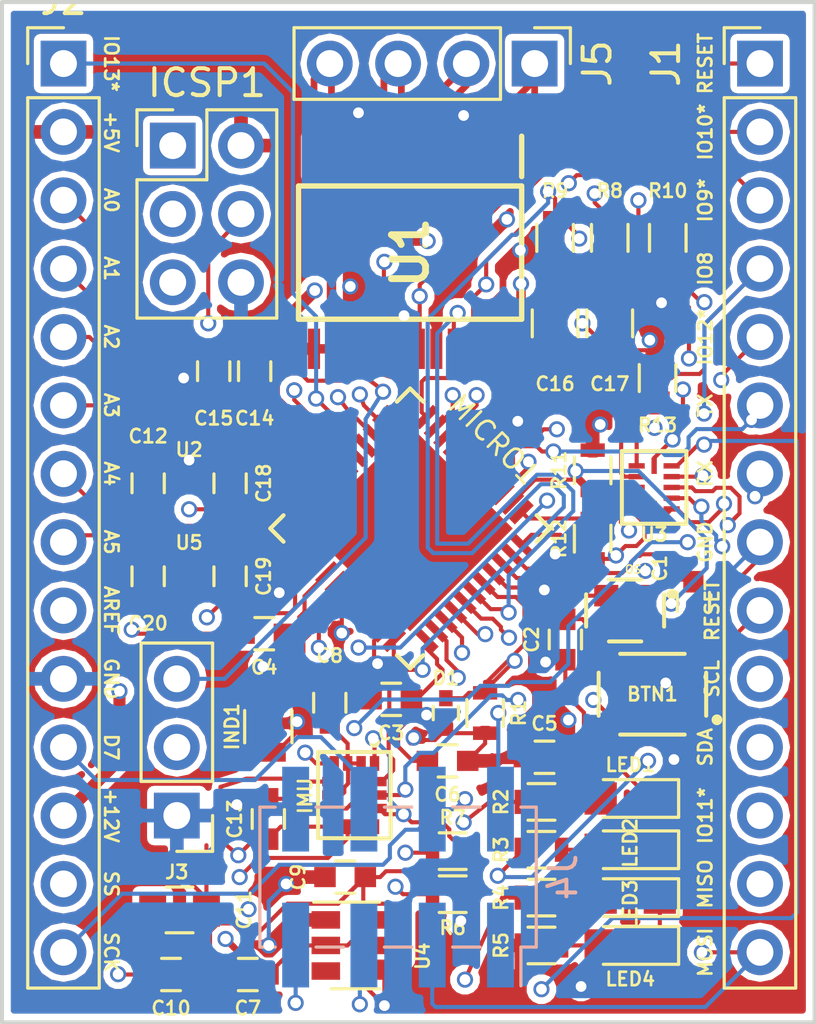
<source format=kicad_pcb>
(kicad_pcb (version 4) (host pcbnew 4.0.6)
  (layers (0 F.Cu signal hide) (1 In1.Cu signal hide) (2 In2.Cu signal hide) (31 B.Cu signal hide) (34 B.Paste user) (35 F.Paste user) (36 B.SilkS user) (37 F.SilkS user) (38 B.Mask user) (39 F.Mask user) (44 Edge.Cuts user))
  (net 0 "")
  (net 1 GND)
  (net 2 /RESET)
  (net 3 "Net-(C1-Pad1)")
  (net 4 "Net-(C2-Pad1)")
  (net 5 "Net-(C3-Pad1)")
  (net 6 /AREF)
  (net 7 +5V)
  (net 8 +12V)
  (net 9 "Net-(C8-Pad1)")
  (net 10 +3V3)
  (net 11 +1V8)
  (net 12 /MISO)
  (net 13 /SCK)
  (net 14 /MOSI)
  (net 15 /RXLED/SS)
  (net 16 /D1/TX)
  (net 17 /D0/RX)
  (net 18 /D2/SDA)
  (net 19 /D3/SCL)
  (net 20 /D7)
  (net 21 /IO8)
  (net 22 /IO9*)
  (net 23 /A5)
  (net 24 /A4)
  (net 25 /A3)
  (net 26 /A2)
  (net 27 /A1)
  (net 28 /A0)
  (net 29 "Net-(J3-Pad2)")
  (net 30 /D6*)
  (net 31 /IRQ)
  (net 32 "Net-(LED1-Pad2)")
  (net 33 "Net-(LED2-Pad2)")
  (net 34 "Net-(LED3-Pad2)")
  (net 35 "Net-(LED4-Pad2)")
  (net 36 /L_HI)
  (net 37 /INT1)
  (net 38 /INT2)
  (net 39 "Net-(LSM6DS3US1-Pad10)")
  (net 40 "Net-(LSM6DS3US1-Pad11)")
  (net 41 /SCL_1V8)
  (net 42 /SDA_1V8)
  (net 43 "Net-(MICRO1-Pad3)")
  (net 44 "Net-(MICRO1-Pad4)")
  (net 45 /IO11*)
  (net 46 /TXLED)
  (net 47 /D4*)
  (net 48 /IO12*)
  (net 49 /IO10*)
  (net 50 /D5*)
  (net 51 /IO13*)
  (net 52 /HWB)
  (net 53 /M2B)
  (net 54 /M2A)
  (net 55 /M1B)
  (net 56 /M1A)
  (net 57 "Net-(U3-Pad12)")
  (net 58 "Net-(U2-Pad5)")
  (net 59 "Net-(BTN1-Pad1)")
  (net 60 "Net-(BTN1-Pad4)")
  (net 61 "Net-(U4-Pad3)")
  (net 62 "Net-(U4-Pad5)")
  (net 63 "Net-(U5-Pad5)")
  (module ATMEGA32U4-MUR (layer F.Cu) (at 138.37 101.856 135)
    (fp_text reference MICRO1 (at 0.138593 4.533969 135) (layer F.SilkS) (effects (font (size 0.75 0.75) (thickness 0.1))))
    (fp_text value ATMEGA32U4-MU)
    (pad 1 smd rect (at 0 -3.3574 135) (size 0.3 0.9948) (layers F.Cu F.Paste F.Mask) (net 20 /D7))
    (pad 2 smd rect (at -0.499999 -3.3574 135) (size 0.3 0.9948) (layers F.Cu F.Paste F.Mask) (net 7 +5V))
    (pad 3 smd rect (at -1.000001 -3.3574 135) (size 0.3 0.9948) (layers F.Cu F.Paste F.Mask) (net 43 "Net-(MICRO1-Pad3)"))
    (pad 4 smd rect (at -1.5 -3.3574 135) (size 0.3 0.9948) (layers F.Cu F.Paste F.Mask) (net 44 "Net-(MICRO1-Pad4)"))
    (pad 5 smd rect (at -2.000001 -3.3574 135) (size 0.3 0.9948) (layers F.Cu F.Paste F.Mask) (net 1 GND))
    (pad 6 smd rect (at -2.5 -3.3574 135) (size 0.3 0.9948) (layers F.Cu F.Paste F.Mask) (net 5 "Net-(C3-Pad1)"))
    (pad 7 smd rect (at -3.3574 -2.5 225) (size 0.3 0.9948) (layers F.Cu F.Paste F.Mask) (net 1 GND))
    (pad 8 smd rect (at -3.3574 -2.000001 225) (size 0.3 0.9948) (layers F.Cu F.Paste F.Mask) (net 15 /RXLED/SS))
    (pad 9 smd rect (at -3.3574 -1.5 225) (size 0.3 0.9948) (layers F.Cu F.Paste F.Mask) (net 13 /SCK))
    (pad 10 smd rect (at -3.3574 -1.000001 225) (size 0.3 0.9948) (layers F.Cu F.Paste F.Mask) (net 14 /MOSI))
    (pad 11 smd rect (at -3.3574 -0.499999 225) (size 0.3 0.9948) (layers F.Cu F.Paste F.Mask) (net 12 /MISO))
    (pad 12 smd rect (at -3.3574 0 225) (size 0.3 0.9948) (layers F.Cu F.Paste F.Mask) (net 45 /IO11*))
    (pad 13 smd rect (at -3.3574 0.499999 225) (size 0.3 0.9948) (layers F.Cu F.Paste F.Mask) (net 2 /RESET))
    (pad 14 smd rect (at -3.3574 1.000001 225) (size 0.3 0.9948) (layers F.Cu F.Paste F.Mask) (net 7 +5V))
    (pad 15 smd rect (at -3.3574 1.5 225) (size 0.3 0.9948) (layers F.Cu F.Paste F.Mask) (net 1 GND))
    (pad 16 smd rect (at -3.3574 2.000001 225) (size 0.3 0.9948) (layers F.Cu F.Paste F.Mask) (net 4 "Net-(C2-Pad1)"))
    (pad 17 smd rect (at -3.3574 2.5 225) (size 0.3 0.9948) (layers F.Cu F.Paste F.Mask) (net 3 "Net-(C1-Pad1)"))
    (pad 18 smd rect (at -2.5 3.3574 135) (size 0.3 0.9948) (layers F.Cu F.Paste F.Mask) (net 19 /D3/SCL))
    (pad 19 smd rect (at -2.000001 3.3574 135) (size 0.3 0.9948) (layers F.Cu F.Paste F.Mask) (net 18 /D2/SDA))
    (pad 20 smd rect (at -1.5 3.3574 135) (size 0.3 0.9948) (layers F.Cu F.Paste F.Mask) (net 17 /D0/RX))
    (pad 21 smd rect (at -1.000001 3.3574 135) (size 0.3 0.9948) (layers F.Cu F.Paste F.Mask) (net 16 /D1/TX))
    (pad 22 smd rect (at -0.499999 3.3574 135) (size 0.3 0.9948) (layers F.Cu F.Paste F.Mask) (net 46 /TXLED))
    (pad 23 smd rect (at 0 3.3574 135) (size 0.3 0.9948) (layers F.Cu F.Paste F.Mask) (net 1 GND))
    (pad 24 smd rect (at 0.499999 3.3574 135) (size 0.3 0.9948) (layers F.Cu F.Paste F.Mask) (net 7 +5V))
    (pad 25 smd rect (at 1.000001 3.3574 135) (size 0.3 0.9948) (layers F.Cu F.Paste F.Mask) (net 47 /D4*))
    (pad 26 smd rect (at 1.5 3.3574 135) (size 0.3 0.9948) (layers F.Cu F.Paste F.Mask) (net 48 /IO12*))
    (pad 27 smd rect (at 2.000001 3.3574 135) (size 0.3 0.9948) (layers F.Cu F.Paste F.Mask) (net 30 /D6*))
    (pad 28 smd rect (at 2.5 3.3574 135) (size 0.3 0.9948) (layers F.Cu F.Paste F.Mask) (net 21 /IO8))
    (pad 29 smd rect (at 3.3574 2.5 225) (size 0.3 0.9948) (layers F.Cu F.Paste F.Mask) (net 22 /IO9*))
    (pad 30 smd rect (at 3.3574 2.000001 225) (size 0.3 0.9948) (layers F.Cu F.Paste F.Mask) (net 49 /IO10*))
    (pad 31 smd rect (at 3.3574 1.5 225) (size 0.3 0.9948) (layers F.Cu F.Paste F.Mask) (net 50 /D5*))
    (pad 32 smd rect (at 3.3574 1.000001 225) (size 0.3 0.9948) (layers F.Cu F.Paste F.Mask) (net 51 /IO13*))
    (pad 33 smd rect (at 3.3574 0.499999 225) (size 0.3 0.9948) (layers F.Cu F.Paste F.Mask) (net 52 /HWB))
    (pad 34 smd rect (at 3.3574 0 225) (size 0.3 0.9948) (layers F.Cu F.Paste F.Mask) (net 7 +5V))
    (pad 35 smd rect (at 3.3574 -0.499999 225) (size 0.3 0.9948) (layers F.Cu F.Paste F.Mask) (net 1 GND))
    (pad 36 smd rect (at 3.3574 -1.000001 225) (size 0.3 0.9948) (layers F.Cu F.Paste F.Mask) (net 28 /A0))
    (pad 37 smd rect (at 3.3574 -1.5 225) (size 0.3 0.9948) (layers F.Cu F.Paste F.Mask) (net 27 /A1))
    (pad 38 smd rect (at 3.3574 -2.000001 225) (size 0.3 0.9948) (layers F.Cu F.Paste F.Mask) (net 26 /A2))
    (pad 39 smd rect (at 3.3574 -2.5 225) (size 0.3 0.9948) (layers F.Cu F.Paste F.Mask) (net 25 /A3))
    (pad 40 smd rect (at 2.5 -3.3574 135) (size 0.3 0.9948) (layers F.Cu F.Paste F.Mask) (net 24 /A4))
    (pad 41 smd rect (at 2.000001 -3.3574 135) (size 0.3 0.9948) (layers F.Cu F.Paste F.Mask) (net 23 /A5))
    (pad 42 smd rect (at 1.5 -3.3574 135) (size 0.3 0.9948) (layers F.Cu F.Paste F.Mask) (net 6 /AREF))
    (pad 43 smd rect (at 1.000001 -3.3574 135) (size 0.3 0.9948) (layers F.Cu F.Paste F.Mask) (net 1 GND))
    (pad 44 smd rect (at 0.499999 -3.3574 135) (size 0.3 0.9948) (layers F.Cu F.Paste F.Mask) (net 9 "Net-(C8-Pad1)"))
    (pad 45 smd rect (at 0 0 135) (size 5.399999 5.399999) (layers F.Cu F.Paste F.Mask))
  )
  (module Resistors_SMD:R_0603 (layer F.Cu) (at 145.161 102.235 270)
    (fp_text reference R12 (at 0 1.25 270) (layer F.SilkS) (effects (font (size 0.5 0.5) (thickness 0.1))))
    (fp_text value 10K)
    (pad 1 smd rect (at -0.75 0 270) (size 0.5 0.9) (layers F.Cu F.Paste F.Mask) (net 19 /D3/SCL))
    (pad 2 smd rect (at 0.75 0 270) (size 0.5 0.9) (layers F.Cu F.Paste F.Mask) (net 7 +5V))
  )
  (module Pin_Headers:Pin_Header_Straight_2x04_Pitch2.54mm_SMD (layer B.Cu) (at 137.922 114.808 90)
    (fp_text reference J4 (at 0 6.14 90) (layer B.SilkS) (effects (justify mirror)))
    (fp_text value CONN_02x04)
    (pad 1 smd rect (at -2.525 3.81 90) (size 3.15 1) (layers B.Cu B.Paste B.Mask) (net 31 /IRQ))
    (pad 2 smd rect (at 2.525 3.81 90) (size 3.15 1) (layers B.Cu B.Paste B.Mask) (net 12 /MISO))
    (pad 3 smd rect (at -2.525 1.27 90) (size 3.15 1) (layers B.Cu B.Paste B.Mask) (net 14 /MOSI))
    (pad 4 smd rect (at 2.525 1.27 90) (size 3.15 1) (layers B.Cu B.Paste B.Mask) (net 13 /SCK))
    (pad 5 smd rect (at -2.525 -1.27 90) (size 3.15 1) (layers B.Cu B.Paste B.Mask) (net 21 /IO8))
    (pad 6 smd rect (at 2.525 -1.27 90) (size 3.15 1) (layers B.Cu B.Paste B.Mask) (net 20 /D7))
    (pad 7 smd rect (at -2.525 -3.81 90) (size 3.15 1) (layers B.Cu B.Paste B.Mask) (net 10 +3V3))
    (pad 8 smd rect (at 2.525 -3.81 90) (size 3.15 1) (layers B.Cu B.Paste B.Mask) (net 1 GND))
  )
  (module Pin_Headers:Pin_Header_Straight_1x03_Pitch2.54mm (layer F.Cu) (at 129.6924 112.522 180)
    (fp_text reference J3 (at 0 -2.1 180) (layer F.SilkS) (effects (font (size 0.5 0.5) (thickness 0.1))))
    (fp_text value CONN_01X03 hide)
    (pad 1 thru_hole rect (at 0 0 180) (size 1.7 1.7) (drill 1) (layers *.Cu *.Mask) (net 1 GND))
    (pad 2 thru_hole oval (at 0 2.54 180) (size 1.7 1.7) (drill 1) (layers *.Cu *.Mask) (net 29 "Net-(J3-Pad2)"))
    (pad 3 thru_hole oval (at 0 5.08 180) (size 1.7 1.7) (drill 1) (layers *.Cu *.Mask) (net 30 /D6*))
  )
  (module Pin_Headers:Pin_Header_Straight_1x14_Pitch2.54mm (layer F.Cu) (at 125.476 84.582)
    (fp_text reference J2 (at 0 -2.33) (layer F.SilkS))
    (fp_text value Conn_01x14 hide)
    (pad 1 thru_hole rect (at 0 0) (size 1.7 1.7) (drill 1) (layers *.Cu *.Mask) (net 51 /IO13*))
    (pad 2 thru_hole oval (at 0 2.54) (size 1.7 1.7) (drill 1) (layers *.Cu *.Mask) (net 7 +5V))
    (pad 3 thru_hole oval (at 0 5.08) (size 1.7 1.7) (drill 1) (layers *.Cu *.Mask) (net 28 /A0))
    (pad 4 thru_hole oval (at 0 7.62) (size 1.7 1.7) (drill 1) (layers *.Cu *.Mask) (net 27 /A1))
    (pad 5 thru_hole oval (at 0 10.16) (size 1.7 1.7) (drill 1) (layers *.Cu *.Mask) (net 26 /A2))
    (pad 6 thru_hole oval (at 0 12.7) (size 1.7 1.7) (drill 1) (layers *.Cu *.Mask) (net 25 /A3))
    (pad 7 thru_hole oval (at 0 15.24) (size 1.7 1.7) (drill 1) (layers *.Cu *.Mask) (net 24 /A4))
    (pad 8 thru_hole oval (at 0 17.78) (size 1.7 1.7) (drill 1) (layers *.Cu *.Mask) (net 23 /A5))
    (pad 9 thru_hole oval (at 0 20.32) (size 1.7 1.7) (drill 1) (layers *.Cu *.Mask) (net 6 /AREF))
    (pad 10 thru_hole oval (at 0 22.86) (size 1.7 1.7) (drill 1) (layers *.Cu *.Mask) (net 1 GND))
    (pad 11 thru_hole oval (at 0 25.4) (size 1.7 1.7) (drill 1) (layers *.Cu *.Mask) (net 20 /D7))
    (pad 12 thru_hole oval (at 0 27.94) (size 1.7 1.7) (drill 1) (layers *.Cu *.Mask) (net 8 +12V))
    (pad 13 thru_hole oval (at 0 30.48) (size 1.7 1.7) (drill 1) (layers *.Cu *.Mask) (net 15 /RXLED/SS))
    (pad 14 thru_hole oval (at 0 33.02) (size 1.7 1.7) (drill 1) (layers *.Cu *.Mask) (net 13 /SCK))
  )
  (module footprints:LGA-14L (layer F.Cu) (at 136.2964 111.76 270)
    (fp_text reference IMU (at 0.03 1.83 270) (layer F.SilkS) (effects (font (size 0.5 0.5) (thickness 0.1))))
    (fp_text value IMU)
    (pad 1 smd rect (at -1.175 -0.75 270) (size 0.55 0.35) (layers F.Cu F.Paste F.Mask) (net 36 /L_HI))
    (pad 2 smd rect (at -1.175 -0.25 270) (size 0.55 0.35) (layers F.Cu F.Paste F.Mask) (net 1 GND))
    (pad 3 smd rect (at -1.175 0.25 270) (size 0.55 0.35) (layers F.Cu F.Paste F.Mask) (net 1 GND))
    (pad 4 smd rect (at -1.175 0.75 270) (size 0.55 0.35) (layers F.Cu F.Paste F.Mask) (net 37 /INT1))
    (pad 5 smd rect (at -0.5 0.925 270) (size 0.35 0.55) (layers F.Cu F.Paste F.Mask) (net 11 +1V8))
    (pad 6 smd rect (at 0 0.925 270) (size 0.35 0.55) (layers F.Cu F.Paste F.Mask) (net 1 GND))
    (pad 7 smd rect (at 0.5 0.925 270) (size 0.35 0.55) (layers F.Cu F.Paste F.Mask) (net 1 GND))
    (pad 8 smd rect (at 1.175 0.75 270) (size 0.55 0.35) (layers F.Cu F.Paste F.Mask) (net 11 +1V8))
    (pad 9 smd rect (at 1.175 0.25 270) (size 0.55 0.35) (layers F.Cu F.Paste F.Mask) (net 38 /INT2))
    (pad 10 smd rect (at 1.175 -0.25 270) (size 0.55 0.35) (layers F.Cu F.Paste F.Mask) (net 39 "Net-(LSM6DS3US1-Pad10)"))
    (pad 11 smd rect (at 1.175 -0.75 270) (size 0.55 0.35) (layers F.Cu F.Paste F.Mask) (net 40 "Net-(LSM6DS3US1-Pad11)"))
    (pad 12 smd rect (at 0.5 -0.925 270) (size 0.35 0.55) (layers F.Cu F.Paste F.Mask) (net 36 /L_HI))
    (pad 13 smd rect (at 0 -0.925 270) (size 0.35 0.55) (layers F.Cu F.Paste F.Mask) (net 41 /SCL_1V8))
    (pad 14 smd rect (at -0.5 -0.925 270) (size 0.35 0.55) (layers F.Cu F.Paste F.Mask) (net 42 /SDA_1V8))
  )
  (module Pin_Headers:Pin_Header_Straight_1x14_Pitch2.54mm (layer F.Cu) (at 151.384 84.582)
    (fp_text reference J1 (at -3.5 0 90) (layer F.SilkS))
    (fp_text value Conn_01x14 hide)
    (pad 1 thru_hole rect (at 0 0) (size 1.7 1.7) (drill 1) (layers *.Cu *.Mask) (net 2 /RESET))
    (pad 2 thru_hole oval (at 0 2.54) (size 1.7 1.7) (drill 1) (layers *.Cu *.Mask) (net 49 /IO10*))
    (pad 3 thru_hole oval (at 0 5.08) (size 1.7 1.7) (drill 1) (layers *.Cu *.Mask) (net 22 /IO9*))
    (pad 4 thru_hole oval (at 0 7.62) (size 1.7 1.7) (drill 1) (layers *.Cu *.Mask) (net 21 /IO8))
    (pad 5 thru_hole oval (at 0 10.16) (size 1.7 1.7) (drill 1) (layers *.Cu *.Mask) (net 48 /IO12*))
    (pad 6 thru_hole oval (at 0 12.7) (size 1.7 1.7) (drill 1) (layers *.Cu *.Mask) (net 16 /D1/TX))
    (pad 7 thru_hole oval (at 0 15.24) (size 1.7 1.7) (drill 1) (layers *.Cu *.Mask) (net 17 /D0/RX))
    (pad 8 thru_hole oval (at 0 17.78) (size 1.7 1.7) (drill 1) (layers *.Cu *.Mask) (net 1 GND))
    (pad 9 thru_hole oval (at 0 20.32) (size 1.7 1.7) (drill 1) (layers *.Cu *.Mask) (net 2 /RESET))
    (pad 10 thru_hole oval (at 0 22.86) (size 1.7 1.7) (drill 1) (layers *.Cu *.Mask) (net 19 /D3/SCL))
    (pad 11 thru_hole oval (at 0 25.4) (size 1.7 1.7) (drill 1) (layers *.Cu *.Mask) (net 18 /D2/SDA))
    (pad 12 thru_hole oval (at 0 27.94) (size 1.7 1.7) (drill 1) (layers *.Cu *.Mask) (net 45 /IO11*))
    (pad 13 thru_hole oval (at 0 30.48) (size 1.7 1.7) (drill 1) (layers *.Cu *.Mask) (net 12 /MISO))
    (pad 14 thru_hole oval (at 0 33.02) (size 1.7 1.7) (drill 1) (layers *.Cu *.Mask) (net 14 /MOSI))
  )
  (module footprints:KMT071_NGJ_LHS (layer F.Cu) (at 147.3835 108.0135 180)
    (fp_text reference BTN1 (at 0 0 180) (layer F.SilkS) (effects (font (size 0.5 0.5) (thickness 0.1))))
    (fp_text value CKN10291CT-ND)
    (pad 1 smd rect (at -1.475 -0.95 180) (size 0.65 0.7) (layers F.Cu F.Paste F.Mask) (net 59 "Net-(BTN1-Pad1)"))
    (pad 2 smd rect (at 1.475 -0.95 180) (size 0.65 0.7) (layers F.Cu F.Paste F.Mask) (net 2 /RESET))
    (pad 3 smd rect (at -1.475 0.95 180) (size 0.65 0.7) (layers F.Cu F.Paste F.Mask) (net 1 GND))
    (pad 4 smd rect (at 1.475 0.95 180) (size 0.65 0.7) (layers F.Cu F.Paste F.Mask) (net 60 "Net-(BTN1-Pad4)"))
  )
  (module Capacitors_SMD:C_0603 (layer F.Cu) (at 148.9075 104.5845 270)
    (fp_text reference C1 (at -1.25 1.25 270) (layer F.SilkS) (effects (font (size 0.5 0.5) (thickness 0.1))))
    (fp_text value 10pF)
    (pad 2 smd rect (at 0.75 0 270) (size 0.8 0.75) (layers F.Cu F.Paste F.Mask) (net 1 GND))
    (pad 1 smd rect (at -0.75 0 270) (size 0.8 0.75) (layers F.Cu F.Paste F.Mask) (net 3 "Net-(C1-Pad1)"))
  )
  (module Capacitors_SMD:C_0603 (layer F.Cu) (at 144.145 105.9815 270)
    (fp_text reference C2 (at 0 1.25 270) (layer F.SilkS) (effects (font (size 0.5 0.5) (thickness 0.1))))
    (fp_text value 10pF)
    (pad 2 smd rect (at 0.75 0 270) (size 0.8 0.75) (layers F.Cu F.Paste F.Mask) (net 1 GND))
    (pad 1 smd rect (at -0.75 0 270) (size 0.8 0.75) (layers F.Cu F.Paste F.Mask) (net 4 "Net-(C2-Pad1)"))
  )
  (module Capacitors_SMD:C_0603 (layer F.Cu) (at 137.668 108.204)
    (fp_text reference C3 (at 0 1.25) (layer F.SilkS) (effects (font (size 0.5 0.5) (thickness 0.1))))
    (fp_text value 1uF)
    (pad 2 smd rect (at 0.75 0) (size 0.8 0.75) (layers F.Cu F.Paste F.Mask) (net 1 GND))
    (pad 1 smd rect (at -0.75 0) (size 0.8 0.75) (layers F.Cu F.Paste F.Mask) (net 5 "Net-(C3-Pad1)"))
  )
  (module Capacitors_SMD:C_0603 (layer F.Cu) (at 132.9436 105.7656)
    (fp_text reference C4 (at 0 1.25) (layer F.SilkS) (effects (font (size 0.5 0.5) (thickness 0.1))))
    (fp_text value .1uF)
    (pad 2 smd rect (at 0.75 0) (size 0.8 0.75) (layers F.Cu F.Paste F.Mask) (net 1 GND))
    (pad 1 smd rect (at -0.75 0) (size 0.8 0.75) (layers F.Cu F.Paste F.Mask) (net 6 /AREF))
  )
  (module Capacitors_SMD:C_0603 (layer F.Cu) (at 143.37 110.356 180)
    (fp_text reference C5 (at 0 1.25 180) (layer F.SilkS) (effects (font (size 0.5 0.5) (thickness 0.1))))
    (fp_text value .1uF)
    (pad 2 smd rect (at 0.75 0 180) (size 0.8 0.75) (layers F.Cu F.Paste F.Mask) (net 7 +5V))
    (pad 1 smd rect (at -0.75 0 180) (size 0.8 0.75) (layers F.Cu F.Paste F.Mask) (net 1 GND))
  )
  (module Capacitors_SMD:C_0603 (layer F.Cu) (at 139.7635 110.49)
    (fp_text reference C6 (at 0 1.25) (layer F.SilkS) (effects (font (size 0.5 0.5) (thickness 0.1))))
    (fp_text value .1uF)
    (pad 2 smd rect (at 0.75 0) (size 0.8 0.75) (layers F.Cu F.Paste F.Mask) (net 7 +5V))
    (pad 1 smd rect (at -0.75 0) (size 0.8 0.75) (layers F.Cu F.Paste F.Mask) (net 1 GND))
  )
  (module Capacitors_SMD:C_0603 (layer F.Cu) (at 135.382 108.331 270)
    (fp_text reference C8 (at -1.75 0 360) (layer F.SilkS) (effects (font (size 0.5 0.5) (thickness 0.1))))
    (fp_text value 1uF)
    (pad 2 smd rect (at 0.75 0 270) (size 0.8 0.75) (layers F.Cu F.Paste F.Mask) (net 1 GND))
    (pad 1 smd rect (at -0.75 0 270) (size 0.8 0.75) (layers F.Cu F.Paste F.Mask) (net 9 "Net-(C8-Pad1)"))
  )
  (module Capacitors_SMD:C_0603 (layer F.Cu) (at 129.4765 118.4275)
    (fp_text reference C10 (at 0 1.25) (layer F.SilkS) (effects (font (size 0.5 0.5) (thickness 0.1))))
    (fp_text value 100nF)
    (pad 2 smd rect (at 0.75 0) (size 0.8 0.75) (layers F.Cu F.Paste F.Mask) (net 1 GND))
    (pad 1 smd rect (at -0.75 0) (size 0.8 0.75) (layers F.Cu F.Paste F.Mask) (net 10 +3V3))
  )
  (module Capacitors_SMD:C_0805 (layer F.Cu) (at 129.794 116.0272)
    (fp_text reference C11 (at 2.4 0 90) (layer F.SilkS) (effects (font (size 0.5 0.5) (thickness 0.1))))
    (fp_text value 10uF)
    (pad 1 smd rect (at -1 0) (size 1 1.25) (layers F.Cu F.Paste F.Mask) (net 10 +3V3))
    (pad 2 smd rect (at 1 0) (size 1 1.25) (layers F.Cu F.Paste F.Mask) (net 1 GND))
  )
  (module Capacitors_SMD:C_0603 (layer F.Cu) (at 128.6256 100.1776 90)
    (fp_text reference C12 (at 1.75 0 180) (layer F.SilkS) (effects (font (size 0.5 0.5) (thickness 0.1))))
    (fp_text value 1uF)
    (pad 2 smd rect (at 0.75 0 90) (size 0.8 0.75) (layers F.Cu F.Paste F.Mask) (net 1 GND))
    (pad 1 smd rect (at -0.75 0 90) (size 0.8 0.75) (layers F.Cu F.Paste F.Mask) (net 7 +5V))
  )
  (module Capacitors_SMD:C_0603 (layer F.Cu) (at 133.096 112.649 90)
    (fp_text reference C13 (at 0 -1.25 90) (layer F.SilkS) (effects (font (size 0.5 0.5) (thickness 0.1))))
    (fp_text value 100nF)
    (pad 2 smd rect (at 0.75 0 90) (size 0.8 0.75) (layers F.Cu F.Paste F.Mask) (net 1 GND))
    (pad 1 smd rect (at -0.75 0 90) (size 0.8 0.75) (layers F.Cu F.Paste F.Mask) (net 11 +1V8))
  )
  (module Capacitors_SMD:C_0603 (layer F.Cu) (at 132.588 96.012 270)
    (fp_text reference C14 (at 1.75 0 360) (layer F.SilkS) (effects (font (size 0.5 0.5) (thickness 0.1))))
    (fp_text value 100nF)
    (pad 2 smd rect (at 0.75 0 270) (size 0.8 0.75) (layers F.Cu F.Paste F.Mask) (net 1 GND))
    (pad 1 smd rect (at -0.75 0 270) (size 0.8 0.75) (layers F.Cu F.Paste F.Mask) (net 8 +12V))
  )
  (module Capacitors_SMD:C_0603 (layer F.Cu) (at 131.064 96.012 270)
    (fp_text reference C15 (at 1.75 0 360) (layer F.SilkS) (effects (font (size 0.5 0.5) (thickness 0.1))))
    (fp_text value 100nF)
    (pad 2 smd rect (at 0.75 0 270) (size 0.8 0.75) (layers F.Cu F.Paste F.Mask) (net 1 GND))
    (pad 1 smd rect (at -0.75 0 270) (size 0.8 0.75) (layers F.Cu F.Paste F.Mask) (net 7 +5V))
  )
  (module Capacitors_SMD:C_0805 (layer F.Cu) (at 143.764 94.234 90)
    (fp_text reference C16 (at -2.25 0 180) (layer F.SilkS) (effects (font (size 0.5 0.5) (thickness 0.1))))
    (fp_text value 10uF)
    (pad 1 smd rect (at -1 0 90) (size 1 1.25) (layers F.Cu F.Paste F.Mask) (net 8 +12V))
    (pad 2 smd rect (at 1 0 90) (size 1 1.25) (layers F.Cu F.Paste F.Mask) (net 1 GND))
  )
  (module Capacitors_SMD:C_0805 (layer F.Cu) (at 145.796 94.234 90)
    (fp_text reference C17 (at -2.25 0 180) (layer F.SilkS) (effects (font (size 0.5 0.5) (thickness 0.1))))
    (fp_text value 10uF)
    (pad 1 smd rect (at -1 0 90) (size 1 1.25) (layers F.Cu F.Paste F.Mask) (net 7 +5V))
    (pad 2 smd rect (at 1 0 90) (size 1 1.25) (layers F.Cu F.Paste F.Mask) (net 1 GND))
  )
  (module Capacitors_SMD:C_0603 (layer F.Cu) (at 131.6736 100.1776 90)
    (fp_text reference C18 (at 0 1.25 90) (layer F.SilkS) (effects (font (size 0.5 0.5) (thickness 0.1))))
    (fp_text value 1uF)
    (pad 2 smd rect (at 0.75 0 90) (size 0.8 0.75) (layers F.Cu F.Paste F.Mask) (net 1 GND))
    (pad 1 smd rect (at -0.75 0 90) (size 0.8 0.75) (layers F.Cu F.Paste F.Mask) (net 10 +3V3))
  )
  (module Capacitors_SMD:C_0603 (layer F.Cu) (at 131.6736 103.632 270)
    (fp_text reference C19 (at 0 -1.25 270) (layer F.SilkS) (effects (font (size 0.5 0.5) (thickness 0.1))))
    (fp_text value 1uF)
    (pad 2 smd rect (at 0.75 0 270) (size 0.8 0.75) (layers F.Cu F.Paste F.Mask) (net 11 +1V8))
    (pad 1 smd rect (at -0.75 0 270) (size 0.8 0.75) (layers F.Cu F.Paste F.Mask) (net 1 GND))
  )
  (module Capacitors_SMD:C_0402 (layer F.Cu) (at 139.7 108.712 90)
    (fp_text reference D1 (at 1.3 0 180) (layer F.SilkS) (effects (font (size 0.5 0.5) (thickness 0.1))))
    (fp_text value CD1206-S01575)
    (pad 1 smd rect (at -0.55 0 90) (size 0.6 0.5) (layers F.Cu F.Paste F.Mask) (net 7 +5V))
    (pad 2 smd rect (at 0.55 0 90) (size 0.6 0.5) (layers F.Cu F.Paste F.Mask) (net 2 /RESET))
  )
  (module Pin_Headers:Pin_Header_Straight_2x03_Pitch2.54mm (layer F.Cu) (at 129.54 87.63)
    (fp_text reference ICSP1 (at 1.27 -2.33) (layer F.SilkS))
    (fp_text value CONN_02X03)
    (pad 1 thru_hole rect (at 0 0) (size 1.7 1.7) (drill 1) (layers *.Cu *.Mask) (net 12 /MISO))
    (pad 2 thru_hole oval (at 2.54 0) (size 1.7 1.7) (drill 1) (layers *.Cu *.Mask) (net 7 +5V))
    (pad 3 thru_hole oval (at 0 2.54) (size 1.7 1.7) (drill 1) (layers *.Cu *.Mask) (net 13 /SCK))
    (pad 4 thru_hole oval (at 2.54 2.54) (size 1.7 1.7) (drill 1) (layers *.Cu *.Mask) (net 14 /MOSI))
    (pad 5 thru_hole oval (at 0 5.08) (size 1.7 1.7) (drill 1) (layers *.Cu *.Mask) (net 2 /RESET))
    (pad 6 thru_hole oval (at 2.54 5.08) (size 1.7 1.7) (drill 1) (layers *.Cu *.Mask) (net 1 GND))
  )
  (module Inductors_SMD:L_0805 (layer F.Cu) (at 133.096 109.22 90)
    (fp_text reference IND1 (at 0 -1.35 90) (layer F.SilkS) (effects (font (size 0.5 0.5) (thickness 0.1))))
    (fp_text value 30±25%ohm)
    (pad 1 smd rect (at -0.95 0 90) (size 0.7 1.3) (layers F.Cu F.Paste F.Mask) (net 7 +5V))
    (pad 2 smd rect (at 0.95 0 90) (size 0.7 1.3) (layers F.Cu F.Paste F.Mask) (net 9 "Net-(C8-Pad1)"))
  )
  (module LEDs:LED_0805 (layer F.Cu) (at 146.558 111.887 180)
    (fp_text reference LED1 (at 0 1.25 180) (layer F.SilkS) (effects (font (size 0.5 0.5) (thickness 0.1))))
    (fp_text value RX)
    (pad 2 smd rect (at 1.1 0) (size 1.2 1.2) (layers F.Cu F.Paste F.Mask) (net 32 "Net-(LED1-Pad2)"))
    (pad 1 smd rect (at -1.1 0) (size 1.2 1.2) (layers F.Cu F.Paste F.Mask) (net 1 GND))
  )
  (module LEDs:LED_0805 (layer F.Cu) (at 146.558 113.792 180)
    (fp_text reference LED2 (at 0 0.254 270) (layer F.SilkS) (effects (font (size 0.5 0.5) (thickness 0.1))))
    (fp_text value L)
    (pad 2 smd rect (at 1.1 0) (size 1.2 1.2) (layers F.Cu F.Paste F.Mask) (net 33 "Net-(LED2-Pad2)"))
    (pad 1 smd rect (at -1.1 0) (size 1.2 1.2) (layers F.Cu F.Paste F.Mask) (net 1 GND))
  )
  (module LEDs:LED_0805 (layer F.Cu) (at 146.558 115.57 180)
    (fp_text reference LED3 (at 0 -0.254 270) (layer F.SilkS) (effects (font (size 0.5 0.5) (thickness 0.1))))
    (fp_text value TX)
    (pad 2 smd rect (at 1.1 0) (size 1.2 1.2) (layers F.Cu F.Paste F.Mask) (net 34 "Net-(LED3-Pad2)"))
    (pad 1 smd rect (at -1.1 0) (size 1.2 1.2) (layers F.Cu F.Paste F.Mask) (net 1 GND))
  )
  (module LEDs:LED_0805 (layer F.Cu) (at 146.558 117.348 180)
    (fp_text reference LED4 (at 0 -1.25 180) (layer F.SilkS) (effects (font (size 0.5 0.5) (thickness 0.1))))
    (fp_text value ON)
    (pad 2 smd rect (at 1.1 0) (size 1.2 1.2) (layers F.Cu F.Paste F.Mask) (net 35 "Net-(LED4-Pad2)"))
    (pad 1 smd rect (at -1.1 0) (size 1.2 1.2) (layers F.Cu F.Paste F.Mask) (net 1 GND))
  )
  (module footprints:ABM11AIG (layer F.Cu) (at 146.3675 104.902 180)
    (fp_text reference OS1 (at -0.4445 1.524 180) (layer F.SilkS) (effects (font (size 0.3 0.3) (thickness 0.06))))
    (fp_text value 20MHZ)
    (pad 1 smd rect (at -0.7 0.55 180) (size 0.9 0.8) (layers F.Cu F.Paste F.Mask) (net 3 "Net-(C1-Pad1)"))
    (pad 2 smd rect (at 0.7 0.55 180) (size 0.9 0.8) (layers F.Cu F.Paste F.Mask) (net 1 GND))
    (pad 3 smd rect (at 0.7 -0.55 180) (size 0.9 0.8) (layers F.Cu F.Paste F.Mask) (net 4 "Net-(C2-Pad1)"))
    (pad 4 smd rect (at -0.7 -0.55 180) (size 0.9 0.8) (layers F.Cu F.Paste F.Mask) (net 1 GND))
  )
  (module Resistors_SMD:R_0603 (layer F.Cu) (at 141.1605 108.712 90)
    (fp_text reference R1 (at 0 1.25 90) (layer F.SilkS) (effects (font (size 0.5 0.5) (thickness 0.1))))
    (fp_text value 10K)
    (pad 1 smd rect (at -0.75 0 90) (size 0.5 0.9) (layers F.Cu F.Paste F.Mask) (net 7 +5V))
    (pad 2 smd rect (at 0.75 0 90) (size 0.5 0.9) (layers F.Cu F.Paste F.Mask) (net 2 /RESET))
  )
  (module Resistors_SMD:R_0603 (layer F.Cu) (at 143.256 112.014 180)
    (fp_text reference R2 (at 1.5 0 270) (layer F.SilkS) (effects (font (size 0.5 0.5) (thickness 0.1))))
    (fp_text value 499)
    (pad 1 smd rect (at -0.75 0 180) (size 0.5 0.9) (layers F.Cu F.Paste F.Mask) (net 32 "Net-(LED1-Pad2)"))
    (pad 2 smd rect (at 0.75 0 180) (size 0.5 0.9) (layers F.Cu F.Paste F.Mask) (net 15 /RXLED/SS))
  )
  (module Resistors_SMD:R_0603 (layer F.Cu) (at 143.256 113.792 180)
    (fp_text reference R3 (at 1.5 0 270) (layer F.SilkS) (effects (font (size 0.5 0.5) (thickness 0.1))))
    (fp_text value 499)
    (pad 1 smd rect (at -0.75 0 180) (size 0.5 0.9) (layers F.Cu F.Paste F.Mask) (net 33 "Net-(LED2-Pad2)"))
    (pad 2 smd rect (at 0.75 0 180) (size 0.5 0.9) (layers F.Cu F.Paste F.Mask) (net 51 /IO13*))
  )
  (module Resistors_SMD:R_0603 (layer F.Cu) (at 143.256 115.57 180)
    (fp_text reference R4 (at 1.5 0 270) (layer F.SilkS) (effects (font (size 0.5 0.5) (thickness 0.1))))
    (fp_text value 499)
    (pad 1 smd rect (at -0.75 0 180) (size 0.5 0.9) (layers F.Cu F.Paste F.Mask) (net 34 "Net-(LED3-Pad2)"))
    (pad 2 smd rect (at 0.75 0 180) (size 0.5 0.9) (layers F.Cu F.Paste F.Mask) (net 46 /TXLED))
  )
  (module Resistors_SMD:R_0603 (layer F.Cu) (at 143.256 117.348 180)
    (fp_text reference R5 (at 1.5 0 270) (layer F.SilkS) (effects (font (size 0.5 0.5) (thickness 0.1))))
    (fp_text value 499)
    (pad 1 smd rect (at -0.75 0 180) (size 0.5 0.9) (layers F.Cu F.Paste F.Mask) (net 35 "Net-(LED4-Pad2)"))
    (pad 2 smd rect (at 0.75 0 180) (size 0.5 0.9) (layers F.Cu F.Paste F.Mask) (net 7 +5V))
  )
  (module Resistors_SMD:R_0603 (layer F.Cu) (at 139.954 115.443 180)
    (fp_text reference R6 (at 0 -1.25 180) (layer F.SilkS) (effects (font (size 0.5 0.5) (thickness 0.1))))
    (fp_text value 10K)
    (pad 1 smd rect (at -0.75 0 180) (size 0.5 0.9) (layers F.Cu F.Paste F.Mask) (net 1 GND))
    (pad 2 smd rect (at 0.75 0 180) (size 0.5 0.9) (layers F.Cu F.Paste F.Mask) (net 52 /HWB))
  )
  (module Resistors_SMD:R_0603 (layer F.Cu) (at 139.954 113.8428 180)
    (fp_text reference R7 (at 0 1.25 180) (layer F.SilkS) (effects (font (size 0.5 0.5) (thickness 0.1))))
    (fp_text value 10K)
    (pad 1 smd rect (at -0.75 0 180) (size 0.5 0.9) (layers F.Cu F.Paste F.Mask) (net 36 /L_HI))
    (pad 2 smd rect (at 0.75 0 180) (size 0.5 0.9) (layers F.Cu F.Paste F.Mask) (net 11 +1V8))
  )
  (module Resistors_SMD:R_0603 (layer F.Cu) (at 145.796 91.059 270)
    (fp_text reference R8 (at -1.75 0 360) (layer F.SilkS) (effects (font (size 0.5 0.5) (thickness 0.1))))
    (fp_text value 10K)
    (pad 1 smd rect (at -0.75 0 270) (size 0.5 0.9) (layers F.Cu F.Paste F.Mask) (net 41 /SCL_1V8))
    (pad 2 smd rect (at 0.75 0 270) (size 0.5 0.9) (layers F.Cu F.Paste F.Mask) (net 11 +1V8))
  )
  (module Resistors_SMD:R_0603 (layer F.Cu) (at 143.764 91.059 270)
    (fp_text reference R9 (at -1.75 0 360) (layer F.SilkS) (effects (font (size 0.5 0.5) (thickness 0.1))))
    (fp_text value 10K)
    (pad 1 smd rect (at -0.75 0 270) (size 0.5 0.9) (layers F.Cu F.Paste F.Mask) (net 42 /SDA_1V8))
    (pad 2 smd rect (at 0.75 0 270) (size 0.5 0.9) (layers F.Cu F.Paste F.Mask) (net 11 +1V8))
  )
  (module Resistors_SMD:R_0603 (layer F.Cu) (at 147.955 91.059 90)
    (fp_text reference R10 (at 1.75 0 180) (layer F.SilkS) (effects (font (size 0.5 0.5) (thickness 0.1))))
    (fp_text value 10K)
    (pad 1 smd rect (at -0.75 0 90) (size 0.5 0.9) (layers F.Cu F.Paste F.Mask) (net 50 /D5*))
    (pad 2 smd rect (at 0.75 0 90) (size 0.5 0.9) (layers F.Cu F.Paste F.Mask) (net 7 +5V))
  )
  (module Resistors_SMD:R_0603 (layer F.Cu) (at 145.161 99.695 90)
    (fp_text reference R11 (at 0 -1.25 90) (layer F.SilkS) (effects (font (size 0.5 0.5) (thickness 0.1))))
    (fp_text value 10K)
    (pad 1 smd rect (at -0.75 0 90) (size 0.5 0.9) (layers F.Cu F.Paste F.Mask) (net 18 /D2/SDA))
    (pad 2 smd rect (at 0.75 0 90) (size 0.5 0.9) (layers F.Cu F.Paste F.Mask) (net 7 +5V))
  )
  (module Resistors_SMD:R_0603 (layer F.Cu) (at 147.574 96.266 90)
    (fp_text reference R13 (at -1.75 0 180) (layer F.SilkS) (effects (font (size 0.5 0.5) (thickness 0.1))))
    (fp_text value 10K)
    (pad 1 smd rect (at -0.75 0 90) (size 0.5 0.9) (layers F.Cu F.Paste F.Mask) (net 47 /D4*))
    (pad 2 smd rect (at 0.75 0 90) (size 0.5 0.9) (layers F.Cu F.Paste F.Mask) (net 7 +5V))
  )
  (module footprints:SOP65P760X160-24N (layer F.Cu) (at 138.37 91.606 270)
    (fp_text reference U1 (at 0 0 270) (layer F.SilkS) (effects (font (size 1.27 1.27) (thickness 0.254))))
    (fp_text value TB6612FNG hide)
    (pad 1 smd rect (at -3.575 -3.575) (size 0.45 1.5) (layers F.Cu F.Paste F.Mask) (net 53 /M2B))
    (pad 2 smd rect (at -3.575 -2.925) (size 0.45 1.5) (layers F.Cu F.Paste F.Mask) (net 53 /M2B))
    (pad 3 smd rect (at -3.575 -2.275) (size 0.45 1.5) (layers F.Cu F.Paste F.Mask) (net 1 GND))
    (pad 4 smd rect (at -3.575 -1.625) (size 0.45 1.5) (layers F.Cu F.Paste F.Mask) (net 1 GND))
    (pad 5 smd rect (at -3.575 -0.975) (size 0.45 1.5) (layers F.Cu F.Paste F.Mask) (net 54 /M2A))
    (pad 6 smd rect (at -3.575 -0.325) (size 0.45 1.5) (layers F.Cu F.Paste F.Mask) (net 54 /M2A))
    (pad 7 smd rect (at -3.575 0.325) (size 0.45 1.5) (layers F.Cu F.Paste F.Mask) (net 55 /M1B))
    (pad 8 smd rect (at -3.575 0.975) (size 0.45 1.5) (layers F.Cu F.Paste F.Mask) (net 55 /M1B))
    (pad 9 smd rect (at -3.575 1.625) (size 0.45 1.5) (layers F.Cu F.Paste F.Mask) (net 1 GND))
    (pad 10 smd rect (at -3.575 2.275) (size 0.45 1.5) (layers F.Cu F.Paste F.Mask) (net 1 GND))
    (pad 11 smd rect (at -3.575 2.925) (size 0.45 1.5) (layers F.Cu F.Paste F.Mask) (net 56 /M1A))
    (pad 12 smd rect (at -3.575 3.575) (size 0.45 1.5) (layers F.Cu F.Paste F.Mask) (net 56 /M1A))
    (pad 13 smd rect (at 3.575 3.575) (size 0.45 1.5) (layers F.Cu F.Paste F.Mask) (net 8 +12V))
    (pad 14 smd rect (at 3.575 2.925) (size 0.45 1.5) (layers F.Cu F.Paste F.Mask) (net 8 +12V))
    (pad 15 smd rect (at 3.575 2.275) (size 0.45 1.5) (layers F.Cu F.Paste F.Mask) (net 7 +5V))
    (pad 16 smd rect (at 3.575 1.625) (size 0.45 1.5) (layers F.Cu F.Paste F.Mask) (net 30 /D6*))
    (pad 17 smd rect (at 3.575 0.975) (size 0.45 1.5) (layers F.Cu F.Paste F.Mask) (net 22 /IO9*))
    (pad 18 smd rect (at 3.575 0.325) (size 0.45 1.5) (layers F.Cu F.Paste F.Mask) (net 1 GND))
    (pad 19 smd rect (at 3.575 -0.325) (size 0.45 1.5) (layers F.Cu F.Paste F.Mask) (net 2 /RESET))
    (pad 20 smd rect (at 3.575 -0.975) (size 0.45 1.5) (layers F.Cu F.Paste F.Mask) (net 7 +5V))
    (pad 21 smd rect (at 3.575 -1.625) (size 0.45 1.5) (layers F.Cu F.Paste F.Mask) (net 45 /IO11*))
    (pad 22 smd rect (at 3.575 -2.275) (size 0.45 1.5) (layers F.Cu F.Paste F.Mask) (net 49 /IO10*))
    (pad 23 smd rect (at 3.575 -2.925) (size 0.45 1.5) (layers F.Cu F.Paste F.Mask) (net 7 +5V))
    (pad 24 smd rect (at 3.575 -3.575) (size 0.45 1.5) (layers F.Cu F.Paste F.Mask) (net 8 +12V))
  )
  (module footprints:DQN4 (layer F.Cu) (at 130.1496 100.1776 180)
    (fp_text reference U2 (at 0 1.25 180) (layer F.SilkS) (effects (font (size 0.5 0.5) (thickness 0.1))))
    (fp_text value LP5907SNX-3.3/NOPB)
    (pad 5 smd rect (at 0 0 226) (size 0.48 0.48) (layers F.Cu F.Paste F.Mask) (net 58 "Net-(U2-Pad5)"))
    (pad 2 smd rect (at -0.43 0.325 180) (size 0.36 0.21) (layers F.Cu F.Paste F.Mask) (net 1 GND))
    (pad 3 smd rect (at 0.43 0.325 180) (size 0.36 0.21) (layers F.Cu F.Paste F.Mask) (net 7 +5V))
    (pad 1 smd rect (at -0.43 -0.325 180) (size 0.36 0.21) (layers F.Cu F.Paste F.Mask) (net 10 +3V3))
    (pad 4 smd rect (at 0.43 -0.325 180) (size 0.36 0.21) (layers F.Cu F.Paste F.Mask) (net 7 +5V))
  )
  (module footprints:R-PUQFN-N12 (layer F.Cu) (at 147.447 100.33 90)
    (fp_text reference U3 (at -1.75 0 180) (layer F.SilkS) (effects (font (size 0.5 0.5) (thickness 0.1))))
    (fp_text value LSF0204RUTR)
    (pad 1 smd rect (at -0.8 0.65 90) (size 0.2 0.6) (layers F.Cu F.Paste F.Mask) (net 11 +1V8))
    (pad 2 smd rect (at -0.4 0.65 90) (size 0.2 0.6) (layers F.Cu F.Paste F.Mask) (net 41 /SCL_1V8))
    (pad 3 smd rect (at 0 0.65 90) (size 0.2 0.6) (layers F.Cu F.Paste F.Mask) (net 42 /SDA_1V8))
    (pad 4 smd rect (at 0.4 0.65 90) (size 0.2 0.6) (layers F.Cu F.Paste F.Mask) (net 37 /INT1))
    (pad 5 smd rect (at 0.8 0.65 90) (size 0.2 0.6) (layers F.Cu F.Paste F.Mask) (net 38 /INT2))
    (pad 6 smd rect (at 0.8 0 90) (size 0.6 0.2) (layers F.Cu F.Paste F.Mask) (net 1 GND))
    (pad 7 smd rect (at 0.8 -0.65 90) (size 0.2 0.6) (layers F.Cu F.Paste F.Mask) (net 50 /D5*))
    (pad 8 smd rect (at 0.4 -0.65 90) (size 0.2 0.6) (layers F.Cu F.Paste F.Mask) (net 47 /D4*))
    (pad 9 smd rect (at 0 -0.65 90) (size 0.2 0.6) (layers F.Cu F.Paste F.Mask) (net 18 /D2/SDA))
    (pad 10 smd rect (at -0.4 -0.65 90) (size 0.2 0.6) (layers F.Cu F.Paste F.Mask) (net 19 /D3/SCL))
    (pad 11 smd rect (at -0.8 -0.65 90) (size 0.2 0.6) (layers F.Cu F.Paste F.Mask) (net 7 +5V))
    (pad 12 smd rect (at -0.8 0 90) (size 0.6 0.2) (layers F.Cu F.Paste F.Mask) (net 57 "Net-(U3-Pad12)"))
    (pad 1 smd rect (at -1 0.425 90) (size 0.2 0.15) (layers F.Cu F.Paste F.Mask) (net 11 +1V8))
  )
  (module Pin_Headers:Pin_Header_Straight_1x04_Pitch2.54mm (layer F.Cu) (at 143.002 84.582 270)
    (fp_text reference J5 (at 0 -2.33 270) (layer F.SilkS))
    (fp_text value Conn_01x04)
    (pad 1 thru_hole rect (at 0 0 270) (size 1.7 1.7) (drill 1) (layers *.Cu *.Mask) (net 53 /M2B))
    (pad 2 thru_hole oval (at 0 2.54 270) (size 1.7 1.7) (drill 1) (layers *.Cu *.Mask) (net 54 /M2A))
    (pad 3 thru_hole oval (at 0 5.08 270) (size 1.7 1.7) (drill 1) (layers *.Cu *.Mask) (net 55 /M1B))
    (pad 4 thru_hole oval (at 0 7.62 270) (size 1.7 1.7) (drill 1) (layers *.Cu *.Mask) (net 56 /M1A))
  )
  (module Capacitors_SMD:C_0603 (layer F.Cu) (at 132.334 118.4275 180)
    (fp_text reference C7 (at 0 -1.25 180) (layer F.SilkS) (effects (font (size 0.5 0.5) (thickness 0.1))))
    (fp_text value 1uF)
    (pad 2 smd rect (at 0.75 0 180) (size 0.8 0.75) (layers F.Cu F.Paste F.Mask) (net 1 GND))
    (pad 1 smd rect (at -0.75 0 180) (size 0.8 0.75) (layers F.Cu F.Paste F.Mask) (net 8 +12V))
  )
  (module Capacitors_SMD:C_0603 (layer F.Cu) (at 135.9535 114.808)
    (fp_text reference C9 (at -1.75 0 90) (layer F.SilkS) (effects (font (size 0.5 0.5) (thickness 0.1))))
    (fp_text value 1uF)
    (pad 2 smd rect (at 0.75 0) (size 0.8 0.75) (layers F.Cu F.Paste F.Mask) (net 1 GND))
    (pad 1 smd rect (at -0.75 0) (size 0.8 0.75) (layers F.Cu F.Paste F.Mask) (net 7 +5V))
  )
  (module Capacitors_SMD:C_0603 (layer F.Cu) (at 128.6256 103.632 90)
    (fp_text reference C20 (at -1.75 0 180) (layer F.SilkS) (effects (font (size 0.5 0.5) (thickness 0.1))))
    (fp_text value 1uF)
    (pad 2 smd rect (at 0.75 0 90) (size 0.8 0.75) (layers F.Cu F.Paste F.Mask) (net 1 GND))
    (pad 1 smd rect (at -0.75 0 90) (size 0.8 0.75) (layers F.Cu F.Paste F.Mask) (net 7 +5V))
  )
  (module TO_SOT_Packages_SMD:SOT-23-6 (layer F.Cu) (at 136.3345 117.348)
    (fp_text reference U4 (at 2.5 0.4 90) (layer F.SilkS) (effects (font (size 0.5 0.5) (thickness 0.1))))
    (fp_text value ADP3330)
    (pad 1 smd rect (at -1.1 -0.95) (size 1.06 0.65) (layers F.Cu F.Paste F.Mask) (net 7 +5V))
    (pad 2 smd rect (at -1.1 0) (size 1.06 0.65) (layers F.Cu F.Paste F.Mask) (net 8 +12V))
    (pad 3 smd rect (at -1.1 0.95) (size 1.06 0.65) (layers F.Cu F.Paste F.Mask) (net 61 "Net-(U4-Pad3)"))
    (pad 4 smd rect (at 1.1 0.95) (size 1.06 0.65) (layers F.Cu F.Paste F.Mask) (net 1 GND))
    (pad 6 smd rect (at 1.1 -0.95) (size 1.06 0.65) (layers F.Cu F.Paste F.Mask) (net 8 +12V))
    (pad 5 smd rect (at 1.1 0) (size 1.06 0.65) (layers F.Cu F.Paste F.Mask) (net 62 "Net-(U4-Pad5)"))
  )
  (module footprints:DQN4 (layer F.Cu) (at 130.1496 103.632 180)
    (fp_text reference U5 (at 0 1.25 180) (layer F.SilkS) (effects (font (size 0.5 0.5) (thickness 0.1))))
    (fp_text value TLV70718PDQNR)
    (pad 5 smd rect (at 0 0 226) (size 0.48 0.48) (layers F.Cu F.Paste F.Mask) (net 63 "Net-(U5-Pad5)"))
    (pad 2 smd rect (at -0.43 0.325 180) (size 0.36 0.21) (layers F.Cu F.Paste F.Mask) (net 1 GND))
    (pad 3 smd rect (at 0.43 0.325 180) (size 0.36 0.21) (layers F.Cu F.Paste F.Mask) (net 7 +5V))
    (pad 1 smd rect (at -0.43 -0.325 180) (size 0.36 0.21) (layers F.Cu F.Paste F.Mask) (net 11 +1V8))
    (pad 4 smd rect (at 0.43 -0.325 180) (size 0.36 0.21) (layers F.Cu F.Paste F.Mask) (net 7 +5V))
  )
  (gr_text SCK (at 127.254 117.602 270) (layer F.SilkS) (effects (font (size 0.5 0.5) (thickness 0.1))))
  (gr_text SS (at 127.254 115.062 270) (layer F.SilkS) (effects (font (size 0.5 0.5) (thickness 0.1))))
  (gr_text +12V (at 127.254 112.522 270) (layer F.SilkS) (effects (font (size 0.5 0.5) (thickness 0.1))))
  (gr_text D7 (at 127.254 109.982 270) (layer F.SilkS) (effects (font (size 0.5 0.5) (thickness 0.1))))
  (gr_text GND (at 127.254 107.442 270) (layer F.SilkS) (effects (font (size 0.5 0.5) (thickness 0.1))))
  (gr_text AREF (at 127.254 104.902 270) (layer F.SilkS) (effects (font (size 0.5 0.5) (thickness 0.1))))
  (gr_text A5 (at 127.254 102.362 270) (layer F.SilkS) (effects (font (size 0.5 0.5) (thickness 0.1))))
  (gr_text A4 (at 127.254 99.822 270) (layer F.SilkS) (effects (font (size 0.5 0.5) (thickness 0.1))))
  (gr_text A3 (at 127.254 97.282 270) (layer F.SilkS) (effects (font (size 0.5 0.5) (thickness 0.1))))
  (gr_text A2 (at 127.254 94.742 270) (layer F.SilkS) (effects (font (size 0.5 0.5) (thickness 0.1))))
  (gr_text A1 (at 127.254 92.202 270) (layer F.SilkS) (effects (font (size 0.5 0.5) (thickness 0.1))))
  (gr_text A0 (at 127.254 89.662 270) (layer F.SilkS) (effects (font (size 0.5 0.5) (thickness 0.1))))
  (gr_text +5V (at 127.254 87.122 270) (layer F.SilkS) (effects (font (size 0.5 0.5) (thickness 0.1))))
  (gr_text IO13* (at 127.254 84.582 270) (layer F.SilkS) (effects (font (size 0.5 0.5) (thickness 0.1))))
  (gr_text MOSI (at 149.352 117.602 90) (layer F.SilkS) (effects (font (size 0.5 0.5) (thickness 0.1))))
  (gr_text MISO (at 149.352 115.062 90) (layer F.SilkS) (effects (font (size 0.5 0.5) (thickness 0.1))))
  (gr_text IO11* (at 149.352 112.522 90) (layer F.SilkS) (effects (font (size 0.5 0.5) (thickness 0.1))))
  (gr_text SDA (at 149.352 109.982 90) (layer F.SilkS) (effects (font (size 0.5 0.5) (thickness 0.1))))
  (gr_text SCL (at 149.606 107.442 90) (layer F.SilkS) (effects (font (size 0.5 0.5) (thickness 0.1))))
  (gr_text RESET (at 149.606 104.902 90) (layer F.SilkS) (effects (font (size 0.5 0.5) (thickness 0.1))))
  (gr_text GND (at 149.352 102.362 90) (layer F.SilkS) (effects (font (size 0.5 0.5) (thickness 0.1))))
  (gr_text RX (at 149.352 99.822 90) (layer F.SilkS) (effects (font (size 0.5 0.5) (thickness 0.1))))
  (gr_text TX (at 149.352 97.282 90) (layer F.SilkS) (effects (font (size 0.5 0.5) (thickness 0.1))))
  (gr_text IO12* (at 149.352 94.742 90) (layer F.SilkS) (effects (font (size 0.5 0.5) (thickness 0.1))))
  (gr_text IO8 (at 149.352 92.202 90) (layer F.SilkS) (effects (font (size 0.5 0.5) (thickness 0.1))))
  (gr_text IO9* (at 149.352 89.662 90) (layer F.SilkS) (effects (font (size 0.5 0.5) (thickness 0.1))))
  (gr_text IO10* (at 149.352 87.122 90) (layer F.SilkS) (effects (font (size 0.5 0.5) (thickness 0.1))))
  (gr_text RESET (at 149.352 84.582 90) (layer F.SilkS) (effects (font (size 0.5 0.5) (thickness 0.1))))
  (gr_line (start 153.416 82.296) (end 153.416 120.2055) (angle 90) (layer Edge.Cuts) (width 0.15))
  (gr_line (start 123.19 120.2055) (end 123.19 82.296) (angle 90) (layer Edge.Cuts) (width 0.15))
  (gr_line (start 123.19 82.296) (end 153.416 82.296) (angle 90) (layer Edge.Cuts) (width 0.15))
  (gr_line (start 153.416 120.2055) (end 123.19 120.2055) (angle 90) (layer Edge.Cuts) (width 0.15))
  (segment (start 131.227338 116.529802) (end 130.927714 116.829426) (width 0.1524) (layer F.Cu) (net 1))
  (segment (start 131.559 118.4275) (end 131.584 118.4275) (width 0.1524) (layer F.Cu) (net 1))
  (segment (start 135.689701 115.796799) (end 133.810419 115.796799) (width 0.1524) (layer F.Cu) (net 1))
  (segment (start 131.780492 116.529802) (end 131.227338 116.529802) (width 0.1524) (layer F.Cu) (net 1))
  (segment (start 132.080116 116.829426) (end 131.780492 116.529802) (width 0.1524) (layer F.Cu) (net 1))
  (segment (start 132.777792 116.829426) (end 132.080116 116.829426) (width 0.1524) (layer F.Cu) (net 1))
  (segment (start 133.810419 115.796799) (end 132.777792 116.829426) (width 0.1524) (layer F.Cu) (net 1))
  (segment (start 130.927714 117.796214) (end 131.559 118.4275) (width 0.1524) (layer F.Cu) (net 1))
  (segment (start 130.927714 116.829426) (end 130.927714 117.796214) (width 0.1524) (layer F.Cu) (net 1))
  (segment (start 137.414 119.5832) (end 136.628299 118.797499) (width 0.1524) (layer F.Cu) (net 1))
  (segment (start 139.448548 114.589948) (end 137.473952 114.589948) (width 0.1524) (layer F.Cu) (net 1))
  (segment (start 136.628299 118.797499) (end 136.628299 117.893961) (width 0.1524) (layer F.Cu) (net 1))
  (segment (start 136.628299 117.893961) (end 136.683539 117.949201) (width 0.1524) (layer F.Cu) (net 1))
  (segment (start 136.683539 117.949201) (end 138.185461 117.949201) (width 0.1524) (layer F.Cu) (net 1))
  (segment (start 140.704 115.443) (end 140.3016 115.443) (width 0.1524) (layer F.Cu) (net 1))
  (segment (start 140.3016 115.443) (end 139.448548 114.589948) (width 0.1524) (layer F.Cu) (net 1))
  (segment (start 137.473952 114.589948) (end 137.2559 114.808) (width 0.1524) (layer F.Cu) (net 1))
  (segment (start 137.2559 114.808) (end 136.7035 114.808) (width 0.1524) (layer F.Cu) (net 1))
  (segment (start 138.185461 117.949201) (end 138.240701 117.893961) (width 0.1524) (layer F.Cu) (net 1))
  (segment (start 138.240701 117.893961) (end 138.240701 115.852039) (width 0.1524) (layer F.Cu) (net 1))
  (segment (start 138.240701 115.852039) (end 138.185461 115.796799) (width 0.1524) (layer F.Cu) (net 1))
  (segment (start 138.185461 115.796799) (end 136.683539 115.796799) (width 0.1524) (layer F.Cu) (net 1))
  (segment (start 136.683539 115.796799) (end 136.628299 115.852039) (width 0.1524) (layer F.Cu) (net 1))
  (segment (start 136.628299 115.852039) (end 136.628299 114.784299) (width 0.1524) (layer F.Cu) (net 1))
  (segment (start 135.689701 115.796799) (end 136.7035 114.808) (width 0.1524) (layer F.Cu) (net 1))
  (segment (start 136.6785 114.808) (end 135.689701 115.796799) (width 0.1524) (layer F.Cu) (net 1))
  (segment (start 136.7035 114.808) (end 136.6785 114.808) (width 0.1524) (layer F.Cu) (net 1))
  (segment (start 136.5464 110.585) (end 136.5464 111.727511) (width 0.1524) (layer F.Cu) (net 1))
  (segment (start 136.5464 111.727511) (end 136.013911 112.26) (width 0.1524) (layer F.Cu) (net 1))
  (segment (start 136.013911 112.26) (end 135.3714 112.26) (width 0.1524) (layer F.Cu) (net 1))
  (segment (start 136.0464 110.585) (end 136.062169 110.600769) (width 0.1524) (layer F.Cu) (net 1))
  (segment (start 136.062169 110.600769) (end 136.062169 111.333831) (width 0.1524) (layer F.Cu) (net 1))
  (segment (start 135.867361 111.711201) (end 135.52187 111.711201) (width 0.1524) (layer F.Cu) (net 1))
  (segment (start 136.062169 111.333831) (end 135.922601 111.473399) (width 0.1524) (layer F.Cu) (net 1))
  (segment (start 135.922601 111.473399) (end 135.922601 111.655961) (width 0.1524) (layer F.Cu) (net 1))
  (segment (start 135.922601 111.655961) (end 135.867361 111.711201) (width 0.1524) (layer F.Cu) (net 1))
  (segment (start 135.52187 111.711201) (end 135.3714 111.76) (width 0.1524) (layer F.Cu) (net 1))
  (segment (start 139.37186 106.705526) (end 139.37186 106.896473) (width 0.1524) (layer F.Cu) (net 1))
  (segment (start 142.603215 103.696459) (end 142.745801 103.839045) (width 0.1524) (layer F.Cu) (net 1))
  (segment (start 143.409822 106.393199) (end 143.409822 106.817463) (width 0.1524) (layer B.Cu) (net 1))
  (segment (start 143.409822 103.160678) (end 143.409822 106.393199) (width 0.1524) (layer B.Cu) (net 1))
  (segment (start 143.495785 106.7315) (end 143.409822 106.817463) (width 0.1524) (layer F.Cu) (net 1))
  (segment (start 143.062302 103.839045) (end 143.362301 104.139044) (width 0.1524) (layer F.Cu) (net 1))
  (segment (start 141.8047 103.16938) (end 142.331778 103.696458) (width 0.1524) (layer F.Cu) (net 1))
  (segment (start 144.145 106.7315) (end 143.495785 106.7315) (width 0.1524) (layer F.Cu) (net 1))
  (segment (start 142.745801 103.839045) (end 143.062302 103.839045) (width 0.1524) (layer F.Cu) (net 1))
  (via (at 143.362301 104.139044) (size 0.6) (drill 0.4) (layers F.Cu B.Cu) (net 1))
  (segment (start 143.510956 104.139044) (end 143.362301 104.139044) (width 0.1524) (layer B.Cu) (net 1))
  (segment (start 143.7005 103.9495) (end 143.510956 104.139044) (width 0.1524) (layer B.Cu) (net 1))
  (segment (start 138.976273 106.309939) (end 139.37186 106.705526) (width 0.1524) (layer F.Cu) (net 1))
  (segment (start 139.574575 107.099188) (end 139.574575 107.240263) (width 0.1524) (layer F.Cu) (net 1))
  (segment (start 139.37186 106.896473) (end 139.574575 107.099188) (width 0.1524) (layer F.Cu) (net 1))
  (segment (start 143.764 102.8065) (end 143.409822 103.160678) (width 0.1524) (layer B.Cu) (net 1))
  (segment (start 138.976273 105.997807) (end 138.976273 106.309939) (width 0.1524) (layer F.Cu) (net 1))
  (via (at 143.409822 106.817463) (size 0.6) (drill 0.4) (layers F.Cu B.Cu) (net 1))
  (segment (start 138.610838 108.204) (end 138.443 108.204) (width 0.1524) (layer F.Cu) (net 1))
  (segment (start 142.331778 103.696458) (end 142.603215 103.696459) (width 0.1524) (layer F.Cu) (net 1))
  (segment (start 139.574575 107.240263) (end 138.610838 108.204) (width 0.1524) (layer F.Cu) (net 1))
  (segment (start 144.145 110.356) (end 144.12 110.356) (width 0.1524) (layer F.Cu) (net 1))
  (segment (start 144.145 106.7315) (end 144.145 108.003473) (width 0.1524) (layer F.Cu) (net 1))
  (segment (start 144.8354 109.6656) (end 144.145 110.356) (width 0.1524) (layer F.Cu) (net 1))
  (segment (start 144.8354 108.693873) (end 144.8354 109.6656) (width 0.1524) (layer F.Cu) (net 1))
  (segment (start 144.145 108.003473) (end 144.8354 108.693873) (width 0.1524) (layer F.Cu) (net 1))
  (segment (start 147.658 117.348) (end 147.658 116.5956) (width 0.1524) (layer F.Cu) (net 1))
  (segment (start 147.658 116.5956) (end 147.658 115.57) (width 0.1524) (layer F.Cu) (net 1))
  (segment (start 147.658 115.57) (end 147.658 114.8176) (width 0.1524) (layer F.Cu) (net 1))
  (segment (start 147.658 114.8176) (end 147.658 113.792) (width 0.1524) (layer F.Cu) (net 1))
  (segment (start 138.982108 108.785707) (end 138.982108 108.768108) (width 0.1524) (layer F.Cu) (net 1))
  (segment (start 138.982108 108.768108) (end 138.418 108.204) (width 0.1524) (layer F.Cu) (net 1))
  (segment (start 135.382 109.183409) (end 135.382 109.081) (width 0.1524) (layer F.Cu) (net 1))
  (segment (start 138.4611 110.49) (end 137.923995 109.952895) (width 0.1524) (layer F.Cu) (net 1))
  (segment (start 137.923995 109.35101) (end 138.443 108.832005) (width 0.1524) (layer F.Cu) (net 1))
  (segment (start 138.443 108.832005) (end 138.443 108.204) (width 0.1524) (layer F.Cu) (net 1))
  (segment (start 139.0135 110.49) (end 138.4611 110.49) (width 0.1524) (layer F.Cu) (net 1))
  (segment (start 136.0464 110.585) (end 136.0464 109.847809) (width 0.1524) (layer F.Cu) (net 1))
  (segment (start 136.0464 109.847809) (end 135.382 109.183409) (width 0.1524) (layer F.Cu) (net 1))
  (segment (start 137.923995 109.952895) (end 137.923995 109.35101) (width 0.1524) (layer F.Cu) (net 1))
  (via (at 138.982108 108.785707) (size 0.6) (drill 0.4) (layers F.Cu B.Cu) (net 1))
  (segment (start 145.6675 104.352) (end 144.892531 104.352) (width 0.1524) (layer F.Cu) (net 1))
  (segment (start 144.892531 104.352) (end 144.063999 103.523468) (width 0.1524) (layer F.Cu) (net 1))
  (segment (start 144.063999 103.523468) (end 144.063999 103.106499) (width 0.1524) (layer F.Cu) (net 1))
  (segment (start 144.063999 103.106499) (end 143.764 102.8065) (width 0.1524) (layer F.Cu) (net 1))
  (segment (start 151.384 102.362) (end 149.6568 104.0892) (width 0.1524) (layer B.Cu) (net 1))
  (segment (start 138.443 108.204) (end 138.418 108.204) (width 0.1524) (layer F.Cu) (net 1))
  (segment (start 147.447 99.2378) (end 148.1328 98.552) (width 0.1524) (layer F.Cu) (net 1))
  (segment (start 147.447 99.53) (end 147.447 99.2378) (width 0.1524) (layer F.Cu) (net 1))
  (via (at 148.1328 98.552) (size 0.6) (drill 0.4) (layers F.Cu B.Cu) (net 1))
  (segment (start 147.722031 93.527169) (end 147.722031 93.470722) (width 0.35) (layer B.Cu) (net 1))
  (segment (start 147.4724 93.7768) (end 147.722031 93.527169) (width 0.35) (layer B.Cu) (net 1))
  (segment (start 145.796 93.234) (end 147.485309 93.234) (width 0.35) (layer F.Cu) (net 1))
  (segment (start 147.485309 93.234) (end 147.722031 93.470722) (width 0.35) (layer F.Cu) (net 1))
  (via (at 147.722031 93.470722) (size 0.6) (drill 0.4) (layers F.Cu B.Cu) (net 1))
  (segment (start 149.4349 104.7821) (end 149.546677 104.7821) (width 0.1524) (layer F.Cu) (net 1))
  (segment (start 148.9075 105.3095) (end 149.4349 104.7821) (width 0.1524) (layer F.Cu) (net 1))
  (segment (start 148.9075 105.3345) (end 148.9075 105.3095) (width 0.1524) (layer F.Cu) (net 1))
  (segment (start 151.384 102.944777) (end 151.384 102.362) (width 0.1524) (layer F.Cu) (net 1))
  (segment (start 149.546677 104.7821) (end 151.384 102.944777) (width 0.1524) (layer F.Cu) (net 1))
  (segment (start 147.1175 105.452) (end 147.6699 106.0044) (width 0.1524) (layer F.Cu) (net 1))
  (segment (start 147.0675 105.452) (end 147.1175 105.452) (width 0.1524) (layer F.Cu) (net 1))
  (segment (start 148.2376 106.0044) (end 148.8115 105.4305) (width 0.1524) (layer F.Cu) (net 1))
  (segment (start 147.6699 106.0044) (end 148.2376 106.0044) (width 0.1524) (layer F.Cu) (net 1))
  (segment (start 142.074691 98.171949) (end 142.37469 97.87195) (width 0.1524) (layer F.Cu) (net 1))
  (segment (start 140.77018 99.47646) (end 142.074691 98.171949) (width 0.1524) (layer F.Cu) (net 1))
  (segment (start 140.74404 99.47646) (end 140.77018 99.47646) (width 0.1524) (layer F.Cu) (net 1))
  (via (at 142.37469 97.87195) (size 0.6) (drill 0.4) (layers F.Cu B.Cu) (net 1))
  (segment (start 137.029736 106.024693) (end 137.029736 106.747874) (width 0.1524) (layer F.Cu) (net 1))
  (segment (start 133.7186 105.7656) (end 133.6936 105.7656) (width 0.1524) (layer F.Cu) (net 1))
  (segment (start 137.029736 106.747874) (end 137.159216 106.877354) (width 0.1524) (layer F.Cu) (net 1))
  (segment (start 137.2108 106.928938) (end 137.159216 106.877354) (width 0.1524) (layer B.Cu) (net 1))
  (segment (start 137.2108 107.0864) (end 137.2108 106.928938) (width 0.1524) (layer B.Cu) (net 1))
  (segment (start 134.443944 104.367841) (end 134.443944 104.953818) (width 0.1524) (layer F.Cu) (net 1))
  (via (at 137.159216 106.877354) (size 0.6) (drill 0.4) (layers F.Cu B.Cu) (net 1))
  (segment (start 134.246 105.2382) (end 133.7186 105.7656) (width 0.1524) (layer F.Cu) (net 1))
  (segment (start 134.246 105.151762) (end 134.246 105.2382) (width 0.1524) (layer F.Cu) (net 1))
  (segment (start 134.443944 104.953818) (end 134.246 105.151762) (width 0.1524) (layer F.Cu) (net 1))
  (segment (start 137.410174 105.644255) (end 137.029736 106.024693) (width 0.1524) (layer F.Cu) (net 1))
  (segment (start 135.288852 103.522933) (end 134.443944 104.367841) (width 0.1524) (layer F.Cu) (net 1))
  (via (at 138.143203 93.947681) (size 0.6) (drill 0.4) (layers F.Cu B.Cu) (net 1))
  (segment (start 138.1252 93.472) (end 138.143203 93.490003) (width 0.1524) (layer B.Cu) (net 1))
  (segment (start 138.045 95.181) (end 138.045 94.045884) (width 0.25) (layer F.Cu) (net 1))
  (segment (start 138.143203 93.490003) (end 138.143203 93.523417) (width 0.1524) (layer B.Cu) (net 1))
  (segment (start 138.143203 93.523417) (end 138.143203 93.947681) (width 0.1524) (layer B.Cu) (net 1))
  (segment (start 138.045 94.045884) (end 138.143203 93.947681) (width 0.25) (layer F.Cu) (net 1))
  (segment (start 133.6936 106.184) (end 132.8928 106.9848) (width 0.1524) (layer F.Cu) (net 1))
  (segment (start 133.6936 105.7656) (end 133.6936 106.184) (width 0.1524) (layer F.Cu) (net 1))
  (via (at 132.8928 106.9848) (size 0.6) (drill 0.4) (layers F.Cu B.Cu) (net 1))
  (via (at 137.414 119.5832) (size 0.6) (drill 0.4) (layers F.Cu B.Cu) (net 1))
  (segment (start 137.414 118.3185) (end 137.414 119.5832) (width 0.1524) (layer F.Cu) (net 1))
  (segment (start 129.6924 114.5032) (end 129.6924 112.522) (width 0.1524) (layer F.Cu) (net 1))
  (segment (start 130.794 115.6048) (end 129.6924 114.5032) (width 0.1524) (layer F.Cu) (net 1))
  (segment (start 130.794 116.0272) (end 130.794 115.6048) (width 0.1524) (layer F.Cu) (net 1))
  (segment (start 130.794 113.6236) (end 130.794 116.0272) (width 0.1524) (layer F.Cu) (net 1))
  (segment (start 147.658 111.887) (end 147.658 110.9648) (width 0.1524) (layer F.Cu) (net 1))
  (segment (start 148.4097 107.0635) (end 148.8585 107.0635) (width 0.1524) (layer F.Cu) (net 1))
  (segment (start 147.8788 107.5944) (end 148.4097 107.0635) (width 0.1524) (layer F.Cu) (net 1))
  (via (at 147.8788 107.5944) (size 0.6) (drill 0.4) (layers F.Cu B.Cu) (net 1))
  (via (at 148.1836 110.4392) (size 0.6) (drill 0.4) (layers F.Cu B.Cu) (net 1))
  (segment (start 147.658 110.9648) (end 148.1836 110.4392) (width 0.1524) (layer F.Cu) (net 1))
  (segment (start 147.658 113.792) (end 147.658 111.887) (width 0.1524) (layer F.Cu) (net 1))
  (segment (start 132.0934 111.9498) (end 131.9276 112.1156) (width 0.1524) (layer F.Cu) (net 1))
  (via (at 131.9276 112.1156) (size 0.6) (drill 0.4) (layers F.Cu B.Cu) (net 1))
  (segment (start 132.0934 111.9498) (end 133.096 111.899) (width 0.1524) (layer F.Cu) (net 1))
  (via (at 144.7292 118.872) (size 0.6) (drill 0.4) (layers F.Cu B.Cu) (net 1))
  (segment (start 140.2588 115.8882) (end 140.2588 116.4336) (width 0.1524) (layer F.Cu) (net 1))
  (segment (start 140.704 115.443) (end 140.2588 115.8882) (width 0.1524) (layer F.Cu) (net 1))
  (via (at 140.2588 116.4336) (size 0.6) (drill 0.4) (layers F.Cu B.Cu) (net 1))
  (segment (start 137.4345 118.298) (end 137.414 118.3185) (width 0.1524) (layer F.Cu) (net 1))
  (segment (start 136.5464 110.585) (end 136.0464 110.585) (width 0.1524) (layer F.Cu) (net 1))
  (segment (start 143.764 93.234) (end 145.796 93.234) (width 0.35) (layer F.Cu) (net 1))
  (segment (start 147.658 111.887) (end 147.2946 111.887) (width 0.1524) (layer F.Cu) (net 1))
  (segment (start 147.2946 111.887) (end 145.7636 110.356) (width 0.1524) (layer F.Cu) (net 1))
  (segment (start 145.7636 110.356) (end 144.12 110.356) (width 0.1524) (layer F.Cu) (net 1))
  (segment (start 140.645 88.031) (end 140.645 86.797) (width 0.25) (layer F.Cu) (net 1))
  (segment (start 140.645 86.797) (end 140.3604 86.5124) (width 0.25) (layer F.Cu) (net 1))
  (segment (start 139.995 88.031) (end 139.995 86.8778) (width 0.25) (layer F.Cu) (net 1))
  (segment (start 140.3604 86.5124) (end 140.4112 86.5124) (width 0.25) (layer B.Cu) (net 1))
  (via (at 140.3604 86.5124) (size 0.6) (drill 0.4) (layers F.Cu B.Cu) (net 1))
  (segment (start 139.995 86.8778) (end 140.3604 86.5124) (width 0.25) (layer F.Cu) (net 1))
  (segment (start 136.745 88.031) (end 136.745 86.707) (width 0.25) (layer F.Cu) (net 1))
  (segment (start 136.745 86.707) (end 136.4488 86.4108) (width 0.25) (layer F.Cu) (net 1))
  (segment (start 136.095 88.031) (end 136.095 86.7646) (width 0.25) (layer F.Cu) (net 1))
  (segment (start 136.4488 86.4108) (end 136.4996 86.4616) (width 0.25) (layer B.Cu) (net 1))
  (via (at 136.4488 86.4108) (size 0.6) (drill 0.4) (layers F.Cu B.Cu) (net 1))
  (segment (start 136.095 86.7646) (end 136.4488 86.4108) (width 0.25) (layer F.Cu) (net 1))
  (segment (start 130.2265 118.4275) (end 130.2265 116.5947) (width 0.1524) (layer F.Cu) (net 1))
  (segment (start 130.2265 116.5947) (end 130.794 116.0272) (width 0.1524) (layer F.Cu) (net 1))
  (segment (start 130.2265 118.4275) (end 131.584 118.4275) (width 0.1524) (layer F.Cu) (net 1))
  (segment (start 131.6736 102.882) (end 132.1428 102.882) (width 0.1524) (layer F.Cu) (net 1))
  (segment (start 133.604 104.14) (end 133.7056 104.14) (width 0.1524) (layer B.Cu) (net 1))
  (segment (start 133.5024 104.2416) (end 133.604 104.14) (width 0.1524) (layer B.Cu) (net 1))
  (via (at 133.5024 104.2416) (size 0.6) (drill 0.4) (layers F.Cu B.Cu) (net 1))
  (segment (start 132.1428 102.882) (end 133.5024 104.2416) (width 0.1524) (layer F.Cu) (net 1))
  (segment (start 128.6256 99.4276) (end 130.036 99.4276) (width 0.1524) (layer F.Cu) (net 1))
  (segment (start 130.036 99.4276) (end 130.1496 99.314) (width 0.1524) (layer F.Cu) (net 1))
  (segment (start 131.6736 102.882) (end 128.6256 102.882) (width 0.1524) (layer F.Cu) (net 1))
  (segment (start 131.6736 102.882) (end 131.0046 102.882) (width 0.1524) (layer F.Cu) (net 1))
  (segment (start 131.0046 102.882) (end 130.5796 103.307) (width 0.1524) (layer F.Cu) (net 1))
  (segment (start 131.064 96.762) (end 130.4424 96.762) (width 0.1524) (layer F.Cu) (net 1))
  (via (at 129.9464 96.266) (size 0.6) (drill 0.4) (layers F.Cu B.Cu) (net 1))
  (segment (start 130.4424 96.762) (end 129.9464 96.266) (width 0.1524) (layer F.Cu) (net 1))
  (segment (start 131.6736 99.4276) (end 130.2632 99.4276) (width 0.1524) (layer F.Cu) (net 1))
  (segment (start 130.1496 99.314) (end 130.1496 99.3648) (width 0.1524) (layer B.Cu) (net 1))
  (via (at 130.1496 99.314) (size 0.6) (drill 0.4) (layers F.Cu B.Cu) (net 1))
  (segment (start 130.2632 99.4276) (end 130.1496 99.314) (width 0.1524) (layer F.Cu) (net 1))
  (segment (start 130.5796 99.8526) (end 130.6778 99.8526) (width 0.1524) (layer F.Cu) (net 1))
  (segment (start 130.6778 99.8526) (end 131.1028 99.4276) (width 0.1524) (layer F.Cu) (net 1))
  (segment (start 131.1028 99.4276) (end 131.6736 99.4276) (width 0.1524) (layer F.Cu) (net 1))
  (segment (start 132.588 96.762) (end 131.064 96.762) (width 0.1524) (layer F.Cu) (net 1))
  (segment (start 135.642407 99.835512) (end 135.642407 99.816407) (width 0.1524) (layer F.Cu) (net 1))
  (segment (start 135.642407 99.816407) (end 132.588 96.762) (width 0.1524) (layer F.Cu) (net 1))
  (segment (start 135.3714 112.26) (end 134.358 112.133) (width 0.1524) (layer F.Cu) (net 1))
  (segment (start 134.358 112.133) (end 134.124 111.899) (width 0.1524) (layer F.Cu) (net 1))
  (segment (start 134.124 111.899) (end 133.096 111.899) (width 0.1524) (layer F.Cu) (net 1))
  (segment (start 143.764 102.8065) (end 143.891 102.6795) (width 0.1524) (layer B.Cu) (net 1))
  (via (at 143.764 102.8065) (size 0.6) (drill 0.4) (layers F.Cu B.Cu) (net 1))
  (segment (start 148.9075 105.3345) (end 147.828 106.3625) (width 0.1524) (layer F.Cu) (net 1))
  (segment (start 147.828 106.3625) (end 147.828 106.934) (width 0.1524) (layer F.Cu) (net 1))
  (segment (start 147.828 106.934) (end 148.8585 107.0635) (width 0.1524) (layer F.Cu) (net 1))
  (segment (start 148.8115 105.4305) (end 148.9075 105.3345) (width 0.25) (layer F.Cu) (net 1))
  (segment (start 140.74404 99.48196) (end 140.74404 99.47646) (width 0.25) (layer F.Cu) (net 1))
  (segment (start 141.622384 104.401279) (end 142.304745 104.401279) (width 0.1524) (layer F.Cu) (net 2))
  (segment (start 141.46817 107.5596) (end 141.957411 107.070359) (width 0.1524) (layer F.Cu) (net 2))
  (segment (start 142.623949 106.15614) (end 141.220489 107.5596) (width 0.1524) (layer F.Cu) (net 2))
  (segment (start 142.623949 104.720483) (end 142.623949 106.15614) (width 0.1524) (layer F.Cu) (net 2))
  (segment (start 141.220489 107.5596) (end 141.1605 107.5596) (width 0.1524) (layer F.Cu) (net 2))
  (segment (start 142.304745 104.401279) (end 142.623949 104.720483) (width 0.1524) (layer F.Cu) (net 2))
  (segment (start 141.1605 107.962) (end 141.1605 107.5596) (width 0.1524) (layer F.Cu) (net 2))
  (segment (start 141.957411 107.070359) (end 142.25741 106.77036) (width 0.1524) (layer F.Cu) (net 2))
  (segment (start 141.1605 107.5596) (end 141.46817 107.5596) (width 0.1524) (layer F.Cu) (net 2))
  (via (at 142.25741 106.77036) (size 0.6) (drill 0.4) (layers F.Cu B.Cu) (net 2))
  (segment (start 141.097593 103.876488) (end 141.622384 104.401279) (width 0.1524) (layer F.Cu) (net 2))
  (segment (start 145.197872 108.227872) (end 145.184283 108.227872) (width 0.1524) (layer F.Cu) (net 2))
  (segment (start 145.9085 108.9385) (end 145.197872 108.227872) (width 0.1524) (layer F.Cu) (net 2))
  (segment (start 145.9085 108.9635) (end 145.9085 108.9385) (width 0.1524) (layer F.Cu) (net 2))
  (via (at 145.184283 108.227872) (size 0.6) (drill 0.4) (layers F.Cu B.Cu) (net 2))
  (segment (start 138.726182 93.224533) (end 138.726182 92.800269) (width 0.1524) (layer F.Cu) (net 2))
  (segment (start 138.726182 92.800269) (end 146.944451 84.582) (width 0.1524) (layer F.Cu) (net 2))
  (segment (start 146.944451 84.582) (end 150.3816 84.582) (width 0.1524) (layer F.Cu) (net 2))
  (segment (start 150.3816 84.582) (end 151.384 84.582) (width 0.1524) (layer F.Cu) (net 2))
  (segment (start 138.7348 95.1412) (end 138.726182 95.132582) (width 0.1524) (layer F.Cu) (net 2))
  (segment (start 138.726182 93.648797) (end 138.726182 93.224533) (width 0.1524) (layer F.Cu) (net 2))
  (segment (start 138.726182 95.132582) (end 138.726182 93.648797) (width 0.1524) (layer F.Cu) (net 2))
  (via (at 138.726182 93.224533) (size 0.6) (drill 0.4) (layers F.Cu B.Cu) (net 2))
  (segment (start 141.1605 107.962) (end 140.5581 107.962) (width 0.1524) (layer F.Cu) (net 2))
  (segment (start 140.5581 107.962) (end 140.3581 108.162) (width 0.1524) (layer F.Cu) (net 2))
  (segment (start 140.3581 108.162) (end 139.7 108.162) (width 0.1524) (layer F.Cu) (net 2))
  (segment (start 138.695 95.181) (end 138.7348 95.1412) (width 0.25) (layer F.Cu) (net 2))
  (segment (start 145.9085 108.9635) (end 147.0685 108.9635) (width 0.1524) (layer F.Cu) (net 2))
  (segment (start 147.0685 108.9635) (end 147.066 108.3056) (width 0.1524) (layer F.Cu) (net 2))
  (segment (start 147.066 108.3056) (end 149.5044 108.3056) (width 0.1524) (layer F.Cu) (net 2))
  (segment (start 149.5044 108.3056) (end 150.0505 107.696) (width 0.1524) (layer F.Cu) (net 2))
  (segment (start 150.0505 107.696) (end 150.0505 106.2355) (width 0.1524) (layer F.Cu) (net 2))
  (segment (start 150.0505 106.2355) (end 151.384 104.902) (width 0.1524) (layer F.Cu) (net 2))
  (segment (start 148.9075 103.755824) (end 147.966671 102.814995) (width 0.1524) (layer F.Cu) (net 3))
  (segment (start 146.912993 102.874389) (end 146.823101 102.874389) (width 0.1524) (layer F.Cu) (net 3))
  (segment (start 146.582871 103.180293) (end 146.251963 103.511201) (width 0.1524) (layer F.Cu) (net 3))
  (segment (start 146.823101 102.874389) (end 146.582871 103.114619) (width 0.1524) (layer F.Cu) (net 3))
  (segment (start 146.972387 102.814995) (end 146.912993 102.874389) (width 0.1524) (layer F.Cu) (net 3))
  (segment (start 144.434799 102.564417) (end 143.960981 102.090599) (width 0.1524) (layer F.Cu) (net 3))
  (segment (start 146.582871 103.114619) (end 146.582871 103.180293) (width 0.1524) (layer F.Cu) (net 3))
  (segment (start 142.688583 102.285497) (end 142.511807 102.462273) (width 0.1524) (layer F.Cu) (net 3))
  (segment (start 146.251963 103.511201) (end 144.550116 103.511201) (width 0.1524) (layer F.Cu) (net 3))
  (segment (start 144.550116 103.511201) (end 144.434799 103.395884) (width 0.1524) (layer F.Cu) (net 3))
  (segment (start 143.960981 102.090599) (end 142.883481 102.090599) (width 0.1524) (layer F.Cu) (net 3))
  (segment (start 147.966671 102.814995) (end 146.972387 102.814995) (width 0.1524) (layer F.Cu) (net 3))
  (segment (start 144.434799 103.395884) (end 144.434799 102.564417) (width 0.1524) (layer F.Cu) (net 3))
  (segment (start 142.883481 102.090599) (end 142.688583 102.285497) (width 0.1524) (layer F.Cu) (net 3))
  (segment (start 147.713676 103.755824) (end 148.9075 103.755824) (width 0.1524) (layer F.Cu) (net 3))
  (segment (start 147.0675 104.352) (end 147.1175 104.352) (width 0.1524) (layer F.Cu) (net 3))
  (segment (start 147.1175 104.352) (end 147.713676 103.755824) (width 0.1524) (layer F.Cu) (net 3))
  (segment (start 148.9075 103.8345) (end 148.9075 103.8095) (width 0.1524) (layer F.Cu) (net 3))
  (segment (start 148.9075 103.755824) (end 148.9075 103.8095) (width 0.1524) (layer F.Cu) (net 3))
  (segment (start 143.389456 103.347309) (end 144.145 104.102853) (width 0.1524) (layer F.Cu) (net 4))
  (segment (start 144.145 104.102853) (end 144.145 104.6791) (width 0.1524) (layer F.Cu) (net 4))
  (segment (start 142.689738 103.347309) (end 143.389456 103.347309) (width 0.1524) (layer F.Cu) (net 4))
  (segment (start 142.158255 102.815826) (end 142.689738 103.347309) (width 0.1524) (layer F.Cu) (net 4))
  (segment (start 144.145 104.6791) (end 144.145 105.2315) (width 0.1524) (layer F.Cu) (net 4))
  (segment (start 145.6675 105.452) (end 144.9705 105.4735) (width 0.1524) (layer F.Cu) (net 4))
  (segment (start 144.78 105.2195) (end 144.145 105.2315) (width 0.1524) (layer F.Cu) (net 4))
  (segment (start 144.9705 105.4735) (end 144.78 105.2195) (width 0.1524) (layer F.Cu) (net 4))
  (segment (start 137.763727 107.087727) (end 136.918 107.933454) (width 0.1524) (layer F.Cu) (net 5))
  (segment (start 136.918 107.933454) (end 136.918 108.204) (width 0.1524) (layer F.Cu) (net 5))
  (segment (start 137.763727 105.997807) (end 137.763727 107.087727) (width 0.1524) (layer F.Cu) (net 5))
  (segment (start 134.091533 104.807845) (end 133.895778 105.0036) (width 0.1524) (layer F.Cu) (net 6))
  (segment (start 132.9806 105.0036) (end 132.2186 105.7656) (width 0.1524) (layer F.Cu) (net 6))
  (segment (start 132.2186 105.7656) (end 132.1936 105.7656) (width 0.1524) (layer F.Cu) (net 6))
  (segment (start 134.091533 104.013147) (end 134.091533 104.807845) (width 0.1524) (layer F.Cu) (net 6))
  (segment (start 134.9353 103.16938) (end 134.091533 104.013147) (width 0.1524) (layer F.Cu) (net 6))
  (segment (start 133.895778 105.0036) (end 132.9806 105.0036) (width 0.1524) (layer F.Cu) (net 6))
  (segment (start 132.1936 105.7656) (end 128.1684 105.7656) (width 0.1524) (layer F.Cu) (net 6))
  (via (at 128.016 105.6132) (size 0.6) (drill 0.4) (layers F.Cu B.Cu) (net 6))
  (segment (start 128.1684 105.7656) (end 128.016 105.6132) (width 0.1524) (layer F.Cu) (net 6))
  (segment (start 133.111998 117.348) (end 133.111998 115.706402) (width 0.1524) (layer B.Cu) (net 7))
  (segment (start 133.111998 115.706402) (end 133.7564 115.062) (width 0.1524) (layer B.Cu) (net 7))
  (via (at 133.111998 117.348) (size 0.6) (drill 0.4) (layers F.Cu B.Cu) (net 7))
  (segment (start 135.2345 116.398) (end 134.061998 116.398) (width 0.1524) (layer F.Cu) (net 7))
  (segment (start 134.061998 116.398) (end 133.111998 117.348) (width 0.1524) (layer F.Cu) (net 7))
  (segment (start 142.833612 106.493782) (end 142.833612 107.36439) (width 0.1524) (layer F.Cu) (net 7))
  (segment (start 142.457241 104.048869) (end 142.976359 104.567987) (width 0.1524) (layer F.Cu) (net 7))
  (segment (start 142.976359 104.567987) (end 142.976359 106.351035) (width 0.1524) (layer F.Cu) (net 7))
  (segment (start 141.977083 104.048868) (end 142.457241 104.048869) (width 0.1524) (layer F.Cu) (net 7))
  (segment (start 142.984599 108.486223) (end 142.776223 108.694599) (width 0.1524) (layer F.Cu) (net 7))
  (segment (start 142.984599 107.515377) (end 142.984599 108.486223) (width 0.1524) (layer F.Cu) (net 7))
  (segment (start 142.976359 106.351035) (end 142.833612 106.493782) (width 0.1524) (layer F.Cu) (net 7))
  (segment (start 142.833612 107.36439) (end 142.984599 107.515377) (width 0.1524) (layer F.Cu) (net 7))
  (segment (start 141.451148 103.522933) (end 141.977083 104.048868) (width 0.1524) (layer F.Cu) (net 7))
  (segment (start 142.62 108.850822) (end 142.62 109.8286) (width 0.1524) (layer F.Cu) (net 7))
  (segment (start 142.776223 108.694599) (end 142.62 108.850822) (width 0.1524) (layer F.Cu) (net 7))
  (segment (start 143.9592 108.670451) (end 144.259199 108.97045) (width 0.1524) (layer F.Cu) (net 7))
  (segment (start 142.62 109.8286) (end 142.62 110.356) (width 0.1524) (layer F.Cu) (net 7))
  (segment (start 143.081023 108.389799) (end 143.735777 108.389799) (width 0.1524) (layer F.Cu) (net 7))
  (segment (start 143.735777 108.389799) (end 143.9592 108.613222) (width 0.1524) (layer F.Cu) (net 7))
  (segment (start 142.776223 108.694599) (end 143.081023 108.389799) (width 0.1524) (layer F.Cu) (net 7))
  (segment (start 143.9592 108.613222) (end 143.9592 108.670451) (width 0.1524) (layer F.Cu) (net 7))
  (via (at 144.259199 108.97045) (size 0.6) (drill 0.4) (layers F.Cu B.Cu) (net 7))
  (via (at 138.500196 109.627587) (size 0.6) (drill 0.4) (layers F.Cu B.Cu) (net 7))
  (segment (start 138.587009 109.7144) (end 138.500196 109.627587) (width 0.1524) (layer F.Cu) (net 7))
  (segment (start 139.2976 109.7144) (end 138.587009 109.7144) (width 0.1524) (layer F.Cu) (net 7))
  (segment (start 139.7 109.312) (end 139.2976 109.7144) (width 0.1524) (layer F.Cu) (net 7))
  (segment (start 139.7 109.262) (end 139.7 109.312) (width 0.1524) (layer F.Cu) (net 7))
  (segment (start 146.797 101.13) (end 146.797 101.3824) (width 0.1524) (layer F.Cu) (net 7))
  (segment (start 146.327058 102.55855) (end 146.027059 102.858549) (width 0.1524) (layer F.Cu) (net 7))
  (segment (start 146.377679 102.507929) (end 146.327058 102.55855) (width 0.1524) (layer F.Cu) (net 7))
  (segment (start 146.788974 102.507929) (end 146.377679 102.507929) (width 0.1524) (layer F.Cu) (net 7))
  (segment (start 147.088598 102.208305) (end 146.788974 102.507929) (width 0.1524) (layer F.Cu) (net 7))
  (segment (start 147.088598 101.673998) (end 147.088598 102.208305) (width 0.1524) (layer F.Cu) (net 7))
  (segment (start 146.797 101.3824) (end 147.088598 101.673998) (width 0.1524) (layer F.Cu) (net 7))
  (segment (start 145.161 102.985) (end 145.900608 102.985) (width 0.1524) (layer F.Cu) (net 7))
  (segment (start 144.78 94.234) (end 144.796 94.234) (width 0.1524) (layer F.Cu) (net 7))
  (segment (start 144.796 94.234) (end 145.796 95.234) (width 0.1524) (layer F.Cu) (net 7))
  (via (at 144.78 94.234) (size 0.6) (drill 0.4) (layers F.Cu B.Cu) (net 7))
  (segment (start 129.7196 100.5026) (end 129.6446 100.5026) (width 0.1524) (layer F.Cu) (net 7))
  (segment (start 129.6446 100.5026) (end 129.3872 100.2452) (width 0.1524) (layer F.Cu) (net 7))
  (segment (start 129.3872 100.2452) (end 129.3872 100.11) (width 0.1524) (layer F.Cu) (net 7))
  (segment (start 129.3872 100.11) (end 129.6446 99.8526) (width 0.1524) (layer F.Cu) (net 7))
  (segment (start 129.6446 99.8526) (end 129.7196 99.8526) (width 0.1524) (layer F.Cu) (net 7))
  (segment (start 133.396 110.17) (end 134.164341 109.401659) (width 0.1524) (layer F.Cu) (net 7))
  (segment (start 133.096 110.17) (end 133.396 110.17) (width 0.1524) (layer F.Cu) (net 7))
  (via (at 134.164341 109.033407) (size 0.6) (drill 0.4) (layers F.Cu B.Cu) (net 7))
  (segment (start 134.164341 109.401659) (end 134.164341 109.033407) (width 0.1524) (layer F.Cu) (net 7))
  (segment (start 145.900608 102.985) (end 146.027059 102.858549) (width 0.1524) (layer F.Cu) (net 7))
  (via (at 146.027059 102.858549) (size 0.6) (drill 0.4) (layers F.Cu B.Cu) (net 7))
  (via (at 147.285189 94.858151) (size 0.6) (drill 0.4) (layers F.Cu B.Cu) (net 7))
  (segment (start 147.574 95.1136) (end 147.318551 94.858151) (width 0.1524) (layer F.Cu) (net 7))
  (segment (start 147.318551 94.858151) (end 147.285189 94.858151) (width 0.1524) (layer F.Cu) (net 7))
  (segment (start 147.574 95.516) (end 147.574 95.1136) (width 0.1524) (layer F.Cu) (net 7))
  (segment (start 139.345 95.181) (end 139.345 93.783762) (width 0.25) (layer F.Cu) (net 7))
  (segment (start 139.465309 92.876027) (end 141.670468 90.670868) (width 0.25) (layer F.Cu) (net 7))
  (segment (start 139.465309 93.663453) (end 139.465309 92.876027) (width 0.25) (layer F.Cu) (net 7))
  (segment (start 141.670468 90.670868) (end 141.970467 90.370869) (width 0.25) (layer F.Cu) (net 7))
  (segment (start 139.345 93.783762) (end 139.465309 93.663453) (width 0.25) (layer F.Cu) (net 7))
  (via (at 141.970467 90.370869) (size 0.6) (drill 0.4) (layers F.Cu B.Cu) (net 7))
  (segment (start 142.779909 97.424389) (end 144.042789 97.424389) (width 0.1524) (layer F.Cu) (net 7))
  (segment (start 142.098112 97.295748) (end 142.651268 97.295748) (width 0.1524) (layer F.Cu) (net 7))
  (segment (start 142.651268 97.295748) (end 142.779909 97.424389) (width 0.1524) (layer F.Cu) (net 7))
  (segment (start 141.798488 97.595372) (end 142.098112 97.295748) (width 0.1524) (layer F.Cu) (net 7))
  (segment (start 141.798488 97.720407) (end 141.798488 97.595372) (width 0.1524) (layer F.Cu) (net 7))
  (segment (start 140.390488 99.128407) (end 141.798488 97.720407) (width 0.1524) (layer F.Cu) (net 7))
  (segment (start 145.161 98.5426) (end 145.161 98.945) (width 0.1524) (layer F.Cu) (net 7))
  (segment (start 144.042789 97.424389) (end 145.161 98.5426) (width 0.1524) (layer F.Cu) (net 7))
  (segment (start 135.827559 105.317206) (end 135.827559 105.74147) (width 0.1524) (layer F.Cu) (net 7))
  (segment (start 135.827559 105.105546) (end 135.827559 105.317206) (width 0.1524) (layer F.Cu) (net 7))
  (segment (start 136.349512 104.583593) (end 135.827559 105.105546) (width 0.1524) (layer F.Cu) (net 7))
  (via (at 135.827559 105.74147) (size 0.6) (drill 0.4) (layers F.Cu B.Cu) (net 7))
  (segment (start 141.824644 93.087244) (end 141.824644 92.16224) (width 0.25) (layer F.Cu) (net 7))
  (via (at 142.469642 91.517242) (size 0.6) (drill 0.4) (layers F.Cu B.Cu) (net 7))
  (segment (start 142.169643 91.817241) (end 142.469642 91.517242) (width 0.25) (layer F.Cu) (net 7))
  (segment (start 141.295 95.181) (end 141.295 93.616888) (width 0.25) (layer F.Cu) (net 7))
  (segment (start 141.824644 92.16224) (end 142.169643 91.817241) (width 0.25) (layer F.Cu) (net 7))
  (segment (start 141.295 93.616888) (end 141.824644 93.087244) (width 0.25) (layer F.Cu) (net 7))
  (segment (start 135.2035 114.808) (end 134.0612 114.808) (width 0.1524) (layer F.Cu) (net 7))
  (via (at 133.7564 115.062) (size 0.6) (drill 0.4) (layers F.Cu B.Cu) (net 7))
  (segment (start 133.8072 115.062) (end 133.7564 115.062) (width 0.1524) (layer F.Cu) (net 7))
  (segment (start 134.0612 114.808) (end 133.8072 115.062) (width 0.1524) (layer F.Cu) (net 7))
  (segment (start 136.144 95.132) (end 136.144 92.8624) (width 0.25) (layer F.Cu) (net 7))
  (via (at 136.144 92.8624) (size 0.6) (drill 0.4) (layers F.Cu B.Cu) (net 7))
  (segment (start 145.161 98.2726) (end 145.161 98.945) (width 0.1524) (layer F.Cu) (net 7))
  (segment (start 145.4404 97.9932) (end 145.161 98.2726) (width 0.1524) (layer F.Cu) (net 7))
  (via (at 145.4404 97.9932) (size 0.6) (drill 0.4) (layers F.Cu B.Cu) (net 7))
  (segment (start 145.796 95.234) (end 147.292 95.234) (width 0.1524) (layer F.Cu) (net 7))
  (segment (start 147.292 95.234) (end 147.574 95.516) (width 0.1524) (layer F.Cu) (net 7))
  (segment (start 140.5135 110.49) (end 142.486 110.49) (width 0.1524) (layer F.Cu) (net 7))
  (segment (start 142.486 110.49) (end 142.62 110.356) (width 0.1524) (layer F.Cu) (net 7))
  (segment (start 141.1605 109.462) (end 141.1605 109.843) (width 0.1524) (layer F.Cu) (net 7))
  (segment (start 141.1605 109.843) (end 140.5135 110.49) (width 0.1524) (layer F.Cu) (net 7))
  (segment (start 141.1605 109.462) (end 139.9 109.462) (width 0.1524) (layer F.Cu) (net 7))
  (segment (start 139.9 109.462) (end 139.7 109.262) (width 0.1524) (layer F.Cu) (net 7))
  (segment (start 136.095 95.181) (end 136.144 95.132) (width 0.1524) (layer F.Cu) (net 7))
  (segment (start 136.095 95.181) (end 136.095 95.9612) (width 0.1524) (layer F.Cu) (net 7))
  (segment (start 136.095 95.9612) (end 136.095 96.3658) (width 0.1524) (layer F.Cu) (net 7))
  (segment (start 134.2136 96.012) (end 131.814 96.012) (width 0.1524) (layer F.Cu) (net 7))
  (segment (start 134.5674 96.3658) (end 134.2136 96.012) (width 0.1524) (layer F.Cu) (net 7))
  (segment (start 136.095 96.3658) (end 134.5674 96.3658) (width 0.1524) (layer F.Cu) (net 7))
  (segment (start 131.814 96.012) (end 131.064 95.262) (width 0.1524) (layer F.Cu) (net 7))
  (segment (start 128.6256 100.9276) (end 129.2946 100.9276) (width 0.1524) (layer F.Cu) (net 7))
  (segment (start 129.2946 100.9276) (end 129.7196 100.5026) (width 0.1524) (layer F.Cu) (net 7))
  (segment (start 128.6256 100.9276) (end 128.258 100.9276) (width 0.1524) (layer F.Cu) (net 7))
  (segment (start 129.7196 103.957) (end 129.0506 103.957) (width 0.1524) (layer F.Cu) (net 7))
  (segment (start 129.0506 103.957) (end 128.6256 104.382) (width 0.1524) (layer F.Cu) (net 7))
  (segment (start 129.7196 103.307) (end 129.7006 103.307) (width 0.1524) (layer F.Cu) (net 7))
  (segment (start 129.7006 103.307) (end 128.6256 104.382) (width 0.1524) (layer F.Cu) (net 7))
  (segment (start 135.99596 99.48196) (end 135.95636 99.48196) (width 0.1524) (layer F.Cu) (net 7))
  (segment (start 135.95636 99.48196) (end 133.4516 96.9772) (width 0.1524) (layer F.Cu) (net 7))
  (segment (start 133.4516 96.9772) (end 133.4516 96.012) (width 0.1524) (layer F.Cu) (net 7))
  (segment (start 133.4516 96.012) (end 131.814 96.012) (width 0.1524) (layer F.Cu) (net 7))
  (segment (start 131.814 96.012) (end 131.064 95.262) (width 0.1524) (layer F.Cu) (net 7))
  (segment (start 132.434 117.8025) (end 132.200412 117.8025) (width 0.25) (layer F.Cu) (net 8))
  (segment (start 133.084 118.4275) (end 133.059 118.4275) (width 0.25) (layer F.Cu) (net 8))
  (via (at 131.503915 117.106003) (size 0.6) (drill 0.4) (layers F.Cu B.Cu) (net 8))
  (segment (start 133.059 118.4275) (end 132.434 117.8025) (width 0.25) (layer F.Cu) (net 8))
  (segment (start 132.200412 117.8025) (end 131.803914 117.406002) (width 0.25) (layer F.Cu) (net 8))
  (segment (start 131.803914 117.406002) (end 131.503915 117.106003) (width 0.25) (layer F.Cu) (net 8))
  (segment (start 141.945 95.181) (end 141.945 94.081) (width 0.35) (layer F.Cu) (net 8))
  (segment (start 141.945 94.081) (end 142.494 93.532) (width 0.35) (layer F.Cu) (net 8))
  (segment (start 142.494 93.532) (end 142.494 93.187148) (width 0.35) (layer F.Cu) (net 8))
  (segment (start 142.494 93.187148) (end 142.494 92.762884) (width 0.35) (layer F.Cu) (net 8))
  (via (at 142.494 92.762884) (size 0.6) (drill 0.4) (layers F.Cu B.Cu) (net 8))
  (segment (start 135.445 91.885) (end 136.151264 91.178736) (width 0.35) (layer F.Cu) (net 8))
  (segment (start 136.151264 91.178736) (end 138.597926 91.178736) (width 0.35) (layer F.Cu) (net 8))
  (via (at 139.02219 91.178736) (size 0.6) (drill 0.4) (layers F.Cu B.Cu) (net 8))
  (segment (start 138.597926 91.178736) (end 139.02219 91.178736) (width 0.35) (layer F.Cu) (net 8))
  (segment (start 135.445 95.181) (end 135.445 91.885) (width 0.35) (layer F.Cu) (net 8))
  (segment (start 135.2345 117.348) (end 136.0424 117.348) (width 0.1524) (layer F.Cu) (net 8))
  (segment (start 136.0424 117.348) (end 136.9924 116.398) (width 0.1524) (layer F.Cu) (net 8))
  (segment (start 136.9924 116.398) (end 137.4345 116.398) (width 0.1524) (layer F.Cu) (net 8))
  (segment (start 133.084 118.4275) (end 134.1635 117.348) (width 0.1524) (layer F.Cu) (net 8))
  (segment (start 134.1635 117.348) (end 135.2345 117.348) (width 0.1524) (layer F.Cu) (net 8))
  (segment (start 143.764 95.234) (end 141.998 95.234) (width 0.45) (layer F.Cu) (net 8))
  (segment (start 141.998 95.234) (end 141.945 95.181) (width 0.35) (layer F.Cu) (net 8))
  (segment (start 134.795 95.181) (end 135.445 95.181) (width 0.35) (layer F.Cu) (net 8))
  (segment (start 132.588 95.262) (end 132.588 95.25) (width 0.25) (layer F.Cu) (net 8))
  (segment (start 132.588 95.25) (end 134.8232 93.0148) (width 0.45) (layer F.Cu) (net 8))
  (segment (start 127.5588 110.4392) (end 125.476 112.522) (width 0.45) (layer F.Cu) (net 8))
  (segment (start 127.5588 107.8992) (end 127.5588 110.4392) (width 0.45) (layer F.Cu) (net 8))
  (via (at 127.5588 107.8992) (size 0.6) (drill 0.4) (layers F.Cu B.Cu) (net 8))
  (via (at 134.8232 93.0148) (size 0.6) (drill 0.4) (layers F.Cu B.Cu) (net 8))
  (segment (start 134.795 95.181) (end 132.669 95.181) (width 0.45) (layer F.Cu) (net 8))
  (segment (start 132.669 95.181) (end 132.588 95.262) (width 0.25) (layer F.Cu) (net 8))
  (segment (start 135.642407 103.876488) (end 134.796355 104.72254) (width 0.1524) (layer F.Cu) (net 9))
  (segment (start 134.796355 104.72254) (end 134.796355 105.099791) (width 0.1524) (layer F.Cu) (net 9))
  (segment (start 134.623644 105.272502) (end 134.623644 105.788182) (width 0.1524) (layer F.Cu) (net 9))
  (segment (start 134.623644 105.788182) (end 134.399844 106.011982) (width 0.1524) (layer F.Cu) (net 9))
  (segment (start 133.096 107.7676) (end 133.096 108.27) (width 0.1524) (layer F.Cu) (net 9))
  (segment (start 134.399844 106.463756) (end 133.096 107.7676) (width 0.1524) (layer F.Cu) (net 9))
  (segment (start 134.796355 105.099791) (end 134.623644 105.272502) (width 0.1524) (layer F.Cu) (net 9))
  (segment (start 134.399844 106.011982) (end 134.399844 106.463756) (width 0.1524) (layer F.Cu) (net 9))
  (segment (start 133.665 108.27) (end 134.354 107.581) (width 0.1524) (layer F.Cu) (net 9))
  (segment (start 134.354 107.581) (end 135.382 107.581) (width 0.1524) (layer F.Cu) (net 9))
  (segment (start 133.096 108.27) (end 133.665 108.27) (width 0.1524) (layer F.Cu) (net 9))
  (segment (start 134.112 117.333) (end 134.112 119.4816) (width 0.1524) (layer B.Cu) (net 10))
  (via (at 134.112 119.4816) (size 0.6) (drill 0.4) (layers F.Cu B.Cu) (net 10))
  (segment (start 128.794 116.0272) (end 128.794 118.36) (width 0.1524) (layer F.Cu) (net 10))
  (segment (start 128.7265 118.4275) (end 127.5207 118.4275) (width 0.1524) (layer F.Cu) (net 10))
  (via (at 127.508 118.4148) (size 0.6) (drill 0.4) (layers F.Cu B.Cu) (net 10))
  (segment (start 127.5207 118.4275) (end 127.508 118.4148) (width 0.1524) (layer F.Cu) (net 10))
  (segment (start 128.794 116.0272) (end 128.7265 116.0947) (width 0.1524) (layer F.Cu) (net 10))
  (segment (start 131.4584 101.1428) (end 130.1496 101.1428) (width 0.1524) (layer F.Cu) (net 10))
  (via (at 130.1496 101.1428) (size 0.6) (drill 0.4) (layers F.Cu B.Cu) (net 10))
  (segment (start 131.6736 100.9276) (end 131.4584 101.1428) (width 0.1524) (layer F.Cu) (net 10))
  (segment (start 128.794 118.36) (end 128.7265 118.4275) (width 0.1524) (layer F.Cu) (net 10))
  (segment (start 130.5796 100.5026) (end 131.2486 100.5026) (width 0.1524) (layer F.Cu) (net 10))
  (segment (start 131.2486 100.5026) (end 131.6736 100.9276) (width 0.1524) (layer F.Cu) (net 10))
  (segment (start 148.742392 95.114469) (end 148.742392 95.538733) (width 0.1524) (layer F.Cu) (net 11))
  (segment (start 146.698416 91.809) (end 147.783937 92.894521) (width 0.1524) (layer F.Cu) (net 11))
  (segment (start 147.998608 92.894521) (end 148.742392 93.638305) (width 0.1524) (layer F.Cu) (net 11))
  (segment (start 147.783937 92.894521) (end 147.998608 92.894521) (width 0.1524) (layer F.Cu) (net 11))
  (segment (start 145.796 91.809) (end 146.698416 91.809) (width 0.1524) (layer F.Cu) (net 11))
  (via (at 148.742392 95.538733) (size 0.6) (drill 0.4) (layers F.Cu B.Cu) (net 11))
  (segment (start 148.742392 93.638305) (end 148.742392 95.114469) (width 0.1524) (layer F.Cu) (net 11))
  (segment (start 150.04541 101.057369) (end 150.04541 100.933131) (width 0.1524) (layer F.Cu) (net 11))
  (segment (start 148.097 101.13) (end 148.297 101.13) (width 0.1524) (layer F.Cu) (net 11))
  (segment (start 148.297 101.13) (end 148.787468 101.620468) (width 0.1524) (layer F.Cu) (net 11))
  (segment (start 148.787468 101.620468) (end 149.482311 101.620468) (width 0.1524) (layer F.Cu) (net 11))
  (segment (start 149.482311 101.620468) (end 150.04541 101.057369) (width 0.1524) (layer F.Cu) (net 11))
  (via (at 150.04541 100.933131) (size 0.6) (drill 0.4) (layers F.Cu B.Cu) (net 11))
  (segment (start 145.796 91.809) (end 145.796 91.4066) (width 0.1524) (layer F.Cu) (net 11))
  (segment (start 146.8628 90.086264) (end 146.8628 89.662) (width 0.1524) (layer F.Cu) (net 11))
  (segment (start 145.796 91.4066) (end 146.8628 90.3398) (width 0.1524) (layer F.Cu) (net 11))
  (segment (start 146.8628 90.3398) (end 146.8628 90.086264) (width 0.1524) (layer F.Cu) (net 11))
  (segment (start 138.193833 113.900796) (end 139.146004 113.900796) (width 0.1524) (layer F.Cu) (net 11))
  (segment (start 139.146004 113.900796) (end 139.204 113.8428) (width 0.1524) (layer F.Cu) (net 11))
  (via (at 138.193833 113.900796) (size 0.6) (drill 0.4) (layers F.Cu B.Cu) (net 11))
  (segment (start 135.3714 111.26) (end 134.2724 111.26) (width 0.1524) (layer F.Cu) (net 11))
  (segment (start 132.5746 113.399) (end 131.9784 113.9952) (width 0.1524) (layer F.Cu) (net 11))
  (via (at 131.9784 113.9952) (size 0.6) (drill 0.4) (layers F.Cu B.Cu) (net 11))
  (segment (start 132.5746 113.399) (end 133.096 113.399) (width 0.1524) (layer F.Cu) (net 11))
  (segment (start 131.318 111.4552) (end 131.318 113.4364) (width 0.1524) (layer F.Cu) (net 11))
  (segment (start 131.318 113.4364) (end 131.9784 113.9952) (width 0.1524) (layer F.Cu) (net 11))
  (segment (start 132.2832 111.1504) (end 131.318 111.4552) (width 0.1524) (layer F.Cu) (net 11))
  (segment (start 134.1628 111.1504) (end 132.2832 111.1504) (width 0.1524) (layer F.Cu) (net 11))
  (segment (start 134.2724 111.26) (end 134.1628 111.1504) (width 0.1524) (layer F.Cu) (net 11))
  (segment (start 135.5464 112.935) (end 135.509 112.903) (width 0.1524) (layer F.Cu) (net 11))
  (segment (start 139.192 113.792) (end 139.204 113.8428) (width 0.1524) (layer F.Cu) (net 11))
  (segment (start 135.5464 112.935) (end 135.509 112.903) (width 0.1524) (layer F.Cu) (net 11))
  (segment (start 131.584 104.382) (end 130.81 105.156) (width 0.1524) (layer F.Cu) (net 11))
  (via (at 130.81 105.156) (size 0.6) (drill 0.4) (layers F.Cu B.Cu) (net 11))
  (segment (start 131.6736 104.382) (end 131.584 104.382) (width 0.1524) (layer F.Cu) (net 11))
  (segment (start 147.872 101.33) (end 147.897 101.33) (width 0.1524) (layer F.Cu) (net 11))
  (segment (start 147.897 101.33) (end 148.097 101.13) (width 0.1524) (layer F.Cu) (net 11))
  (via (at 146.8628 89.662) (size 0.6) (drill 0.4) (layers F.Cu B.Cu) (net 11))
  (segment (start 143.764 91.809) (end 145.796 91.809) (width 0.1524) (layer F.Cu) (net 11))
  (segment (start 135.5464 112.935) (end 133.56 112.935) (width 0.1524) (layer F.Cu) (net 11))
  (segment (start 133.56 112.935) (end 133.096 113.399) (width 0.1524) (layer F.Cu) (net 11))
  (segment (start 130.5796 103.957) (end 131.2486 103.957) (width 0.1524) (layer F.Cu) (net 11))
  (segment (start 131.2486 103.957) (end 131.6736 104.382) (width 0.1524) (layer F.Cu) (net 11))
  (segment (start 140.390488 104.583593) (end 141.012454 105.205559) (width 0.1524) (layer F.Cu) (net 12))
  (segment (start 141.747748 105.613624) (end 142.047747 105.913623) (width 0.1524) (layer F.Cu) (net 12))
  (via (at 142.047747 105.913623) (size 0.6) (drill 0.4) (layers F.Cu B.Cu) (net 12))
  (segment (start 141.012454 105.205559) (end 141.44136 105.205559) (width 0.1524) (layer F.Cu) (net 12))
  (segment (start 141.44136 105.205559) (end 141.747748 105.511947) (width 0.1524) (layer F.Cu) (net 12))
  (segment (start 141.747748 105.511947) (end 141.747748 105.613624) (width 0.1524) (layer F.Cu) (net 12))
  (via (at 141.650815 108.710374) (size 0.6) (drill 0.4) (layers F.Cu B.Cu) (net 12))
  (segment (start 141.732 112.283) (end 141.732 111.208) (width 0.1524) (layer B.Cu) (net 12))
  (segment (start 141.732 111.208) (end 141.650815 111.126815) (width 0.1524) (layer B.Cu) (net 12))
  (segment (start 141.650815 111.126815) (end 141.650815 108.710374) (width 0.1524) (layer B.Cu) (net 12))
  (segment (start 138.200919 113.047402) (end 138.666598 113.047402) (width 0.1524) (layer B.Cu) (net 13))
  (segment (start 138.666598 113.047402) (end 139.192 112.522) (width 0.1524) (layer B.Cu) (net 13))
  (segment (start 137.617632 113.630689) (end 138.200919 113.047402) (width 0.1524) (layer B.Cu) (net 13))
  (segment (start 132.428643 115.424557) (end 133.5024 114.3508) (width 0.1524) (layer B.Cu) (net 13))
  (segment (start 133.5024 114.3508) (end 137.3632 114.3508) (width 0.1524) (layer B.Cu) (net 13))
  (segment (start 137.617632 114.096368) (end 137.617632 113.630689) (width 0.1524) (layer B.Cu) (net 13))
  (segment (start 127.653443 115.424557) (end 132.428643 115.424557) (width 0.1524) (layer B.Cu) (net 13))
  (segment (start 137.3632 114.3508) (end 137.617632 114.096368) (width 0.1524) (layer B.Cu) (net 13))
  (segment (start 125.476 117.602) (end 127.653443 115.424557) (width 0.1524) (layer B.Cu) (net 13))
  (segment (start 140.300472 105.907792) (end 140.300472 106.049657) (width 0.1524) (layer F.Cu) (net 13))
  (segment (start 140.300472 106.049657) (end 140.300472 106.473921) (width 0.1524) (layer F.Cu) (net 13))
  (via (at 140.300472 106.473921) (size 0.6) (drill 0.4) (layers F.Cu B.Cu) (net 13))
  (segment (start 139.68338 105.2907) (end 140.300472 105.907792) (width 0.1524) (layer F.Cu) (net 13))
  (segment (start 139.192 112.522) (end 139.192 112.283) (width 0.25) (layer B.Cu) (net 13))
  (via (at 140.4112 111.9124) (size 0.6) (drill 0.4) (layers F.Cu B.Cu) (net 13))
  (segment (start 140.4112 111.9124) (end 140.0406 112.283) (width 0.1524) (layer B.Cu) (net 13))
  (segment (start 140.0406 112.283) (end 139.192 112.283) (width 0.1524) (layer B.Cu) (net 13))
  (segment (start 140.881545 105.78176) (end 141.164783 105.78176) (width 0.1524) (layer F.Cu) (net 14))
  (via (at 141.164783 105.78176) (size 0.6) (drill 0.4) (layers F.Cu B.Cu) (net 14))
  (segment (start 140.036933 104.937148) (end 140.881545 105.78176) (width 0.1524) (layer F.Cu) (net 14))
  (segment (start 139.192 117.333) (end 139.192 119.507) (width 0.1524) (layer B.Cu) (net 14))
  (segment (start 139.192 119.507) (end 139.319 119.634) (width 0.1524) (layer B.Cu) (net 14))
  (segment (start 139.319 119.634) (end 149.352 119.634) (width 0.1524) (layer B.Cu) (net 14))
  (segment (start 149.352 119.634) (end 151.384 117.602) (width 0.1524) (layer B.Cu) (net 14))
  (segment (start 149.225 117.602) (end 151.384 117.602) (width 0.1524) (layer F.Cu) (net 14))
  (via (at 149.225 117.602) (size 0.6) (drill 0.4) (layers F.Cu B.Cu) (net 14))
  (via (at 130.8608 94.234) (size 0.6) (drill 0.4) (layers F.Cu B.Cu) (net 14))
  (segment (start 130.8608 94.234) (end 130.8608 91.6432) (width 0.1524) (layer F.Cu) (net 14))
  (segment (start 130.8608 91.6432) (end 132.207 90.17) (width 0.1524) (layer F.Cu) (net 14))
  (segment (start 132.207 90.17) (end 132.08 90.17) (width 0.1524) (layer F.Cu) (net 14))
  (segment (start 139.72427 106.74364) (end 140.142979 107.162349) (width 0.1524) (layer F.Cu) (net 15))
  (segment (start 140.142979 107.162349) (end 140.142979 107.40074) (width 0.1524) (layer F.Cu) (net 15))
  (segment (start 139.329826 105.644255) (end 139.72427 106.038699) (width 0.1524) (layer F.Cu) (net 15))
  (segment (start 139.72427 106.038699) (end 139.72427 106.74364) (width 0.1524) (layer F.Cu) (net 15))
  (via (at 140.142979 107.40074) (size 0.6) (drill 0.4) (layers F.Cu B.Cu) (net 15))
  (via (at 140.3604 112.776) (size 0.6) (drill 0.4) (layers F.Cu B.Cu) (net 15))
  (segment (start 140.3604 112.776) (end 141.3256 112.014) (width 0.1524) (layer F.Cu) (net 15))
  (segment (start 141.3256 112.014) (end 142.506 112.014) (width 0.1524) (layer F.Cu) (net 15))
  (segment (start 150.769479 98.119371) (end 151.069478 97.819372) (width 0.1524) (layer B.Cu) (net 16))
  (segment (start 149.027805 98.163244) (end 150.725606 98.163244) (width 0.1524) (layer B.Cu) (net 16))
  (segment (start 148.728181 98.462868) (end 149.027805 98.163244) (width 0.1524) (layer B.Cu) (net 16))
  (segment (start 148.728181 98.860197) (end 148.728181 98.462868) (width 0.1524) (layer B.Cu) (net 16))
  (segment (start 148.459646 99.128732) (end 148.728181 98.860197) (width 0.1524) (layer B.Cu) (net 16))
  (segment (start 147.857046 99.128732) (end 148.459646 99.128732) (width 0.1524) (layer B.Cu) (net 16))
  (segment (start 147.724814 98.9965) (end 147.857046 99.128732) (width 0.1524) (layer B.Cu) (net 16))
  (segment (start 143.7005 98.9965) (end 147.724814 98.9965) (width 0.1524) (layer B.Cu) (net 16))
  (segment (start 150.725606 98.163244) (end 150.769479 98.119371) (width 0.1524) (layer B.Cu) (net 16))
  (segment (start 151.3205 97.282) (end 151.369477 97.330977) (width 0.1524) (layer F.Cu) (net 16))
  (via (at 151.069478 97.819372) (size 0.6) (drill 0.4) (layers F.Cu B.Cu) (net 16))
  (segment (start 151.369477 97.519373) (end 151.069478 97.819372) (width 0.1524) (layer F.Cu) (net 16))
  (segment (start 151.369477 97.330977) (end 151.369477 97.519373) (width 0.1524) (layer F.Cu) (net 16))
  (segment (start 142.195222 99.480289) (end 142.195222 99.100195) (width 0.1524) (layer F.Cu) (net 16))
  (segment (start 141.477186 100.189067) (end 142.195222 99.480289) (width 0.1524) (layer F.Cu) (net 16))
  (segment (start 143.276236 98.9965) (end 143.7005 98.9965) (width 0.1524) (layer F.Cu) (net 16))
  (segment (start 143.080307 98.800571) (end 143.276236 98.9965) (width 0.1524) (layer F.Cu) (net 16))
  (segment (start 142.494846 98.800571) (end 143.080307 98.800571) (width 0.1524) (layer F.Cu) (net 16))
  (segment (start 142.195222 99.100195) (end 142.494846 98.800571) (width 0.1524) (layer F.Cu) (net 16))
  (via (at 143.7005 98.9965) (size 0.6) (drill 0.4) (layers F.Cu B.Cu) (net 16))
  (segment (start 141.451148 100.189067) (end 141.477186 100.189067) (width 0.25) (layer F.Cu) (net 16))
  (segment (start 151.3205 97.282) (end 151.384 97.282) (width 0.25) (layer F.Cu) (net 16))
  (segment (start 151.200079 100.234917) (end 151.200079 100.659181) (width 0.1524) (layer F.Cu) (net 17))
  (segment (start 151.384 99.822) (end 151.200079 100.005921) (width 0.1524) (layer F.Cu) (net 17))
  (segment (start 151.200079 100.005921) (end 151.200079 100.234917) (width 0.1524) (layer F.Cu) (net 17))
  (via (at 151.200079 100.659181) (size 0.6) (drill 0.4) (layers F.Cu B.Cu) (net 17))
  (segment (start 142.771423 99.575897) (end 142.771423 99.376772) (width 0.1524) (layer F.Cu) (net 17))
  (segment (start 141.8047 100.54262) (end 142.771423 99.575897) (width 0.1524) (layer F.Cu) (net 17))
  (via (at 142.771423 99.376772) (size 0.6) (drill 0.4) (layers F.Cu B.Cu) (net 17))
  (segment (start 144.526 99.7204) (end 144.526 99.81) (width 0.1524) (layer F.Cu) (net 18))
  (segment (start 144.526 99.81) (end 145.161 100.445) (width 0.1524) (layer F.Cu) (net 18))
  (segment (start 149.4028 102.2604) (end 146.8628 99.7204) (width 0.1524) (layer B.Cu) (net 18))
  (via (at 144.526 99.7204) (size 0.6) (drill 0.4) (layers F.Cu B.Cu) (net 18))
  (segment (start 146.8628 99.7204) (end 144.526 99.7204) (width 0.1524) (layer B.Cu) (net 18))
  (segment (start 149.4028 103.3272) (end 149.4028 102.2604) (width 0.1524) (layer B.Cu) (net 18))
  (segment (start 148.082 104.648) (end 149.4028 103.3272) (width 0.1524) (layer B.Cu) (net 18))
  (via (at 148.082 104.648) (size 0.6) (drill 0.4) (layers F.Cu B.Cu) (net 18))
  (segment (start 144.961 100.445) (end 145.161 100.445) (width 0.1524) (layer F.Cu) (net 18))
  (segment (start 142.158255 100.896174) (end 143.011829 100.0426) (width 0.1524) (layer F.Cu) (net 18))
  (segment (start 143.011829 100.0426) (end 144.5586 100.0426) (width 0.1524) (layer F.Cu) (net 18))
  (segment (start 144.5586 100.0426) (end 144.961 100.445) (width 0.1524) (layer F.Cu) (net 18))
  (segment (start 145.161 100.445) (end 145.923 100.457) (width 0.1524) (layer F.Cu) (net 18))
  (segment (start 146.05 100.33) (end 146.797 100.33) (width 0.1524) (layer F.Cu) (net 18))
  (segment (start 145.923 100.457) (end 146.05 100.33) (width 0.1524) (layer F.Cu) (net 18))
  (segment (start 146.212397 100.862203) (end 146.212397 101.631728) (width 0.1524) (layer F.Cu) (net 19))
  (segment (start 146.212397 101.631728) (end 146.512396 101.931727) (width 0.1524) (layer F.Cu) (net 19))
  (segment (start 146.3446 100.73) (end 146.212397 100.862203) (width 0.1524) (layer F.Cu) (net 19))
  (via (at 146.512396 101.931727) (size 0.6) (drill 0.4) (layers F.Cu B.Cu) (net 19))
  (segment (start 146.797 100.73) (end 146.3446 100.73) (width 0.1524) (layer F.Cu) (net 19))
  (segment (start 146.3446 100.73) (end 145.992 101.0826) (width 0.1524) (layer F.Cu) (net 19))
  (segment (start 145.992 101.0826) (end 145.7634 101.0826) (width 0.1524) (layer F.Cu) (net 19))
  (segment (start 145.7634 101.0826) (end 145.361 101.485) (width 0.1524) (layer F.Cu) (net 19))
  (segment (start 145.361 101.485) (end 145.161 101.485) (width 0.1524) (layer F.Cu) (net 19))
  (segment (start 142.511807 101.249727) (end 142.524727 101.249727) (width 0.1524) (layer F.Cu) (net 19))
  (segment (start 142.524727 101.249727) (end 142.76 101.485) (width 0.1524) (layer F.Cu) (net 19))
  (segment (start 142.76 101.485) (end 145.161 101.485) (width 0.1524) (layer F.Cu) (net 19))
  (segment (start 136.652 111.208) (end 136.652 112.283) (width 0.1524) (layer B.Cu) (net 20))
  (segment (start 132.598822 111.2012) (end 134.191023 109.608999) (width 0.1524) (layer B.Cu) (net 20))
  (segment (start 134.191023 109.608999) (end 135.052999 109.608999) (width 0.1524) (layer B.Cu) (net 20))
  (segment (start 126.6952 111.2012) (end 132.598822 111.2012) (width 0.1524) (layer B.Cu) (net 20))
  (segment (start 135.052999 109.608999) (end 136.652 111.208) (width 0.1524) (layer B.Cu) (net 20))
  (segment (start 125.476 109.982) (end 126.6952 111.2012) (width 0.1524) (layer B.Cu) (net 20))
  (via (at 134.976046 106.28856) (size 0.6) (drill 0.4) (layers F.Cu B.Cu) (net 20))
  (segment (start 135.99596 104.23004) (end 135.148766 105.077234) (width 0.1524) (layer F.Cu) (net 20))
  (segment (start 135.148766 105.077234) (end 135.148766 105.245764) (width 0.1524) (layer F.Cu) (net 20))
  (segment (start 135.148766 105.245764) (end 134.976046 105.418484) (width 0.1524) (layer F.Cu) (net 20))
  (segment (start 134.976046 105.864296) (end 134.976046 106.28856) (width 0.1524) (layer F.Cu) (net 20))
  (segment (start 134.976046 105.418484) (end 134.976046 105.864296) (width 0.1524) (layer F.Cu) (net 20))
  (segment (start 142.182618 107.561002) (end 142.041242 107.702378) (width 0.1524) (layer B.Cu) (net 21))
  (segment (start 144.255428 105.488192) (end 144.255428 106.888952) (width 0.1524) (layer B.Cu) (net 21))
  (segment (start 140.47693 108.209506) (end 137.35355 108.209506) (width 0.1524) (layer B.Cu) (net 21))
  (segment (start 140.984058 107.702378) (end 140.47693 108.209506) (width 0.1524) (layer B.Cu) (net 21))
  (segment (start 147.332183 102.365307) (end 146.582871 103.114619) (width 0.1524) (layer B.Cu) (net 21))
  (segment (start 144.255428 106.888952) (end 143.583378 107.561002) (width 0.1524) (layer B.Cu) (net 21))
  (segment (start 143.583378 107.561002) (end 142.182618 107.561002) (width 0.1524) (layer B.Cu) (net 21))
  (segment (start 148.692823 102.365307) (end 147.332183 102.365307) (width 0.1524) (layer B.Cu) (net 21))
  (segment (start 146.582871 103.114619) (end 146.582871 103.160749) (width 0.1524) (layer B.Cu) (net 21))
  (segment (start 142.041242 107.702378) (end 140.984058 107.702378) (width 0.1524) (layer B.Cu) (net 21))
  (segment (start 137.35355 108.209506) (end 136.591447 108.971609) (width 0.1524) (layer B.Cu) (net 21))
  (segment (start 146.582871 103.160749) (end 144.255428 105.488192) (width 0.1524) (layer B.Cu) (net 21))
  (segment (start 136.591447 108.971609) (end 136.291448 109.271608) (width 0.1524) (layer B.Cu) (net 21))
  (via (at 136.291448 109.271608) (size 0.6) (drill 0.4) (layers F.Cu B.Cu) (net 21))
  (segment (start 149.318601 94.267399) (end 149.318601 97.148551) (width 0.1524) (layer B.Cu) (net 21))
  (segment (start 149.304382 97.16277) (end 149.304382 97.587034) (width 0.1524) (layer B.Cu) (net 21))
  (via (at 149.304382 97.587034) (size 0.6) (drill 0.4) (layers F.Cu B.Cu) (net 21))
  (segment (start 151.384 92.202) (end 149.318601 94.267399) (width 0.1524) (layer B.Cu) (net 21))
  (segment (start 149.318601 97.148551) (end 149.304382 97.16277) (width 0.1524) (layer B.Cu) (net 21))
  (segment (start 138.799497 96.404503) (end 138.938 96.266) (width 0.1524) (layer F.Cu) (net 21))
  (segment (start 149.318602 95.932978) (end 149.318602 94.267398) (width 0.1524) (layer F.Cu) (net 21))
  (segment (start 138.938 96.266) (end 148.090735 96.266) (width 0.1524) (layer F.Cu) (net 21))
  (segment (start 149.136637 96.114943) (end 149.318602 95.932978) (width 0.1524) (layer F.Cu) (net 21))
  (segment (start 148.241792 96.114943) (end 149.136637 96.114943) (width 0.1524) (layer F.Cu) (net 21))
  (segment (start 138.799497 97.537417) (end 138.799497 96.404503) (width 0.1524) (layer F.Cu) (net 21))
  (segment (start 138.976273 97.714193) (end 138.799497 97.537417) (width 0.1524) (layer F.Cu) (net 21))
  (segment (start 149.318602 94.267398) (end 150.534001 93.051999) (width 0.1524) (layer F.Cu) (net 21))
  (segment (start 150.534001 93.051999) (end 151.384 92.202) (width 0.1524) (layer F.Cu) (net 21))
  (segment (start 148.090735 96.266) (end 148.241792 96.114943) (width 0.1524) (layer F.Cu) (net 21))
  (via (at 148.692823 102.365307) (size 0.6) (drill 0.4) (layers F.Cu B.Cu) (net 21))
  (segment (start 136.4996 119.5324) (end 136.4996 117.4854) (width 0.1524) (layer B.Cu) (net 21))
  (via (at 136.4996 119.5324) (size 0.6) (drill 0.4) (layers F.Cu B.Cu) (net 21))
  (segment (start 136.4996 117.4854) (end 136.652 117.333) (width 0.1524) (layer B.Cu) (net 21))
  (segment (start 150.534001 88.812001) (end 151.384 89.662) (width 0.1524) (layer F.Cu) (net 22))
  (segment (start 144.272 89.027) (end 144.571999 88.727001) (width 0.1524) (layer F.Cu) (net 22))
  (segment (start 144.571999 88.727001) (end 150.449001 88.727001) (width 0.1524) (layer F.Cu) (net 22))
  (segment (start 150.449001 88.727001) (end 150.534001 88.812001) (width 0.1524) (layer F.Cu) (net 22))
  (segment (start 137.763727 97.714193) (end 138.2776 97.20032) (width 0.1524) (layer F.Cu) (net 22))
  (segment (start 137.395 96.1454) (end 137.395 95.181) (width 0.1524) (layer F.Cu) (net 22))
  (segment (start 137.922 96.3168) (end 137.395 96.1454) (width 0.1524) (layer F.Cu) (net 22))
  (segment (start 138.2776 96.5708) (end 137.922 96.3168) (width 0.1524) (layer F.Cu) (net 22))
  (segment (start 138.2776 97.20032) (end 138.2776 96.5708) (width 0.1524) (layer F.Cu) (net 22))
  (segment (start 137.395 95.181) (end 137.395 91.967) (width 0.1524) (layer F.Cu) (net 22))
  (segment (start 137.395 91.967) (end 137.414 91.948) (width 0.1524) (layer F.Cu) (net 22))
  (via (at 137.414 91.948) (size 0.6) (drill 0.4) (layers F.Cu B.Cu) (net 22))
  (via (at 144.272 89.027) (size 0.6) (drill 0.4) (layers F.Cu B.Cu) (net 22))
  (segment (start 137.763727 97.714193) (end 137.763727 97.631727) (width 0.1524) (layer F.Cu) (net 22))
  (segment (start 134.581745 102.815826) (end 134.581745 102.857455) (width 0.1524) (layer F.Cu) (net 23))
  (segment (start 134.581745 102.857455) (end 134.0104 103.4288) (width 0.1524) (layer F.Cu) (net 23))
  (segment (start 134.0104 103.4288) (end 133.4516 103.4288) (width 0.1524) (layer F.Cu) (net 23))
  (segment (start 133.4516 103.4288) (end 132.4864 102.4636) (width 0.1524) (layer F.Cu) (net 23))
  (segment (start 132.4864 102.4636) (end 132.4864 102.3112) (width 0.1524) (layer F.Cu) (net 23))
  (segment (start 132.4864 102.3112) (end 132.2832 102.108) (width 0.1524) (layer F.Cu) (net 23))
  (segment (start 132.2832 102.108) (end 125.73 102.108) (width 0.1524) (layer F.Cu) (net 23))
  (segment (start 125.73 102.108) (end 125.476 102.362) (width 0.1524) (layer F.Cu) (net 23))
  (segment (start 134.228193 102.462273) (end 133.521518 101.755598) (width 0.1524) (layer F.Cu) (net 24))
  (segment (start 127.409598 101.755598) (end 125.476 99.822) (width 0.1524) (layer F.Cu) (net 24))
  (segment (start 133.521518 101.755598) (end 127.409598 101.755598) (width 0.1524) (layer F.Cu) (net 24))
  (segment (start 134.228193 101.249727) (end 132.3848 99.406334) (width 0.1524) (layer F.Cu) (net 25))
  (segment (start 128.4224 97.282) (end 125.476 97.282) (width 0.1524) (layer F.Cu) (net 25))
  (segment (start 129.8448 98.7044) (end 128.4224 97.282) (width 0.1524) (layer F.Cu) (net 25))
  (segment (start 132.1308 98.7044) (end 129.8448 98.7044) (width 0.1524) (layer F.Cu) (net 25))
  (segment (start 132.3848 98.9584) (end 132.1308 98.7044) (width 0.1524) (layer F.Cu) (net 25))
  (segment (start 132.3848 99.406334) (end 132.3848 98.9584) (width 0.1524) (layer F.Cu) (net 25))
  (segment (start 134.581745 100.896174) (end 134.525774 100.896174) (width 0.1524) (layer F.Cu) (net 26))
  (segment (start 134.525774 100.896174) (end 132.7404 99.1108) (width 0.1524) (layer F.Cu) (net 26))
  (segment (start 132.7404 99.1108) (end 132.7404 98.815628) (width 0.1524) (layer F.Cu) (net 26))
  (segment (start 132.7404 98.815628) (end 132.273572 98.3488) (width 0.1524) (layer F.Cu) (net 26))
  (segment (start 132.273572 98.3488) (end 130.048 98.3488) (width 0.1524) (layer F.Cu) (net 26))
  (segment (start 130.048 98.3488) (end 126.4412 94.742) (width 0.1524) (layer F.Cu) (net 26))
  (segment (start 126.4412 94.742) (end 125.476 94.742) (width 0.1524) (layer F.Cu) (net 26))
  (segment (start 134.9353 100.54262) (end 134.9353 100.4929) (width 0.1524) (layer F.Cu) (net 27))
  (segment (start 134.9353 100.4929) (end 132.438798 97.996398) (width 0.1524) (layer F.Cu) (net 27))
  (segment (start 132.438798 97.996398) (end 130.254398 97.996398) (width 0.1524) (layer F.Cu) (net 27))
  (segment (start 130.254398 97.996398) (end 126.6444 94.3864) (width 0.1524) (layer F.Cu) (net 27))
  (segment (start 126.6444 94.3864) (end 126.6444 93.3704) (width 0.1524) (layer F.Cu) (net 27))
  (segment (start 126.6444 93.3704) (end 125.476 92.202) (width 0.1524) (layer F.Cu) (net 27))
  (segment (start 135.288852 100.189067) (end 135.288852 100.186052) (width 0.1524) (layer F.Cu) (net 28))
  (segment (start 135.288852 100.186052) (end 132.7404 97.6376) (width 0.1524) (layer F.Cu) (net 28))
  (segment (start 132.7404 97.6376) (end 130.4544 97.6376) (width 0.1524) (layer F.Cu) (net 28))
  (segment (start 130.4544 97.6376) (end 127 94.1832) (width 0.1524) (layer F.Cu) (net 28))
  (segment (start 127 94.1832) (end 127 91.186) (width 0.1524) (layer F.Cu) (net 28))
  (segment (start 127 91.186) (end 125.476 89.662) (width 0.1524) (layer F.Cu) (net 28))
  (segment (start 136.7155 97.79) (end 136.7155 102.1969) (width 0.1524) (layer B.Cu) (net 30))
  (segment (start 131.4704 107.442) (end 129.6924 107.442) (width 0.1524) (layer B.Cu) (net 30))
  (segment (start 137.3632 96.774) (end 136.7155 97.79) (width 0.1524) (layer B.Cu) (net 30))
  (segment (start 136.7155 102.1969) (end 131.4704 107.442) (width 0.1524) (layer B.Cu) (net 30))
  (via (at 139.954 96.901) (size 0.6) (drill 0.4) (layers F.Cu B.Cu) (net 30))
  (segment (start 139.954 97.4725) (end 139.954 96.901) (width 0.1524) (layer F.Cu) (net 30))
  (segment (start 139.358755 98.067745) (end 139.954 97.4725) (width 0.1524) (layer F.Cu) (net 30))
  (segment (start 139.329826 98.067745) (end 139.358755 98.067745) (width 0.25) (layer F.Cu) (net 30))
  (segment (start 137.3927 96.7445) (end 136.745 96.266) (width 0.1524) (layer F.Cu) (net 30))
  (segment (start 137.3632 96.774) (end 137.3927 96.7445) (width 0.25) (layer F.Cu) (net 30))
  (segment (start 136.745 96.266) (end 136.745 95.181) (width 0.1524) (layer F.Cu) (net 30))
  (via (at 137.3632 96.774) (size 0.6) (drill 0.4) (layers F.Cu B.Cu) (net 30))
  (segment (start 139.329826 98.067745) (end 139.422255 98.067745) (width 0.1524) (layer F.Cu) (net 30))
  (segment (start 144.006 112.014) (end 145.331 112.014) (width 0.1524) (layer F.Cu) (net 32))
  (segment (start 145.331 112.014) (end 145.458 111.887) (width 0.1524) (layer F.Cu) (net 32))
  (segment (start 144.006 113.792) (end 145.458 113.792) (width 0.1524) (layer F.Cu) (net 33))
  (segment (start 144.006 115.57) (end 145.458 115.57) (width 0.1524) (layer F.Cu) (net 34))
  (segment (start 144.006 117.348) (end 145.458 117.348) (width 0.1524) (layer F.Cu) (net 35))
  (segment (start 137.615786 111.961786) (end 137.615786 110.272161) (width 0.1524) (layer B.Cu) (net 36))
  (segment (start 137.295373 109.951748) (end 136.995374 109.651749) (width 0.1524) (layer B.Cu) (net 36))
  (segment (start 137.0464 109.702775) (end 136.995374 109.651749) (width 0.1524) (layer F.Cu) (net 36))
  (via (at 136.995374 109.651749) (size 0.6) (drill 0.4) (layers F.Cu B.Cu) (net 36))
  (segment (start 137.0464 110.585) (end 137.0464 109.702775) (width 0.1524) (layer F.Cu) (net 36))
  (segment (start 137.615786 110.272161) (end 137.295373 109.951748) (width 0.1524) (layer B.Cu) (net 36))
  (segment (start 138.1252 112.4712) (end 137.615786 111.961786) (width 0.1524) (layer B.Cu) (net 36))
  (segment (start 138.1252 112.4712) (end 138.425199 112.771199) (width 0.1524) (layer F.Cu) (net 36))
  (segment (start 138.425199 112.771199) (end 139.568199 112.771199) (width 0.1524) (layer F.Cu) (net 36))
  (segment (start 139.568199 112.771199) (end 139.827 113.03) (width 0.1524) (layer F.Cu) (net 36))
  (segment (start 139.827 113.03) (end 139.827 113.284) (width 0.1524) (layer F.Cu) (net 36))
  (segment (start 140.716 113.792) (end 140.704 113.8428) (width 0.1524) (layer F.Cu) (net 36))
  (segment (start 139.827 113.284) (end 139.954 113.411) (width 0.1524) (layer F.Cu) (net 36))
  (segment (start 140.335 113.411) (end 140.716 113.792) (width 0.1524) (layer F.Cu) (net 36))
  (segment (start 139.954 113.411) (end 140.335 113.411) (width 0.1524) (layer F.Cu) (net 36))
  (segment (start 138.1252 112.4712) (end 137.4326 112.4712) (width 0.1524) (layer F.Cu) (net 36))
  (segment (start 137.4326 112.4712) (end 137.2214 112.26) (width 0.1524) (layer F.Cu) (net 36))
  (via (at 138.1252 112.4712) (size 0.6) (drill 0.4) (layers F.Cu B.Cu) (net 36))
  (segment (start 137.16 112.268) (end 137.2214 112.26) (width 0.1524) (layer F.Cu) (net 36))
  (segment (start 140.716 113.919) (end 140.704 113.8555) (width 0.1524) (layer F.Cu) (net 36))
  (segment (start 134.8674 110.585) (end 134.4676 110.1852) (width 0.1524) (layer F.Cu) (net 37))
  (segment (start 135.5464 110.585) (end 134.8674 110.585) (width 0.1524) (layer F.Cu) (net 37))
  (via (at 134.4676 110.1852) (size 0.6) (drill 0.4) (layers F.Cu B.Cu) (net 37))
  (segment (start 149.224726 99.93) (end 149.26287 99.891856) (width 0.1524) (layer F.Cu) (net 37))
  (segment (start 148.097 99.93) (end 149.224726 99.93) (width 0.1524) (layer F.Cu) (net 37))
  (via (at 149.26287 99.891856) (size 0.6) (drill 0.4) (layers F.Cu B.Cu) (net 37))
  (segment (start 136.453526 106.280629) (end 138.003622 106.280629) (width 0.1524) (layer B.Cu) (net 37))
  (via (at 143.464149 100.820102) (size 0.6) (drill 0.4) (layers F.Cu B.Cu) (net 37))
  (segment (start 138.003622 106.280629) (end 143.16415 101.120101) (width 0.1524) (layer B.Cu) (net 37))
  (segment (start 143.16415 101.120101) (end 143.464149 100.820102) (width 0.1524) (layer B.Cu) (net 37))
  (via (at 136.453526 106.280629) (size 0.6) (drill 0.4) (layers F.Cu B.Cu) (net 37))
  (segment (start 135.312 114.0968) (end 136.0464 113.3624) (width 0.1524) (layer F.Cu) (net 38))
  (segment (start 132.7404 114.0968) (end 135.312 114.0968) (width 0.1524) (layer F.Cu) (net 38))
  (segment (start 132.0292 114.808) (end 132.7404 114.0968) (width 0.1524) (layer F.Cu) (net 38))
  (segment (start 136.0464 113.3624) (end 136.0464 112.935) (width 0.1524) (layer F.Cu) (net 38))
  (via (at 132.358358 116.000758) (size 0.6) (drill 0.4) (layers F.Cu B.Cu) (net 38))
  (segment (start 145.8976 116.332) (end 152.5524 116.332) (width 0.1524) (layer B.Cu) (net 38))
  (segment (start 152.7556 98.6028) (end 149.441027 98.6028) (width 0.1524) (layer B.Cu) (net 38))
  (segment (start 152.5524 116.332) (end 152.7556 116.1288) (width 0.1524) (layer B.Cu) (net 38))
  (segment (start 149.087555 98.739445) (end 149.304382 98.739445) (width 0.1524) (layer F.Cu) (net 38))
  (segment (start 148.097 99.53) (end 148.297 99.53) (width 0.1524) (layer F.Cu) (net 38))
  (segment (start 148.297 99.53) (end 149.087555 98.739445) (width 0.1524) (layer F.Cu) (net 38))
  (segment (start 143.256 118.9736) (end 145.8976 116.332) (width 0.1524) (layer B.Cu) (net 38))
  (segment (start 149.441027 98.6028) (end 149.304382 98.739445) (width 0.1524) (layer B.Cu) (net 38))
  (via (at 149.304382 98.739445) (size 0.6) (drill 0.4) (layers F.Cu B.Cu) (net 38))
  (segment (start 152.7556 116.1288) (end 152.7556 98.6028) (width 0.1524) (layer B.Cu) (net 38))
  (via (at 143.256 118.9736) (size 0.6) (drill 0.4) (layers F.Cu B.Cu) (net 38))
  (via (at 132.0292 114.808) (size 0.6) (drill 0.4) (layers F.Cu B.Cu) (net 38))
  (segment (start 141.792696 108.054789) (end 141.963937 108.22603) (width 0.1524) (layer B.Cu) (net 41))
  (segment (start 139.246417 110.191199) (end 141.382827 108.054789) (width 0.1524) (layer B.Cu) (net 41))
  (segment (start 138.711639 110.191199) (end 139.246417 110.191199) (width 0.1524) (layer B.Cu) (net 41))
  (segment (start 138.191998 110.71084) (end 138.711639 110.191199) (width 0.1524) (layer B.Cu) (net 41))
  (segment (start 138.191998 111.5568) (end 138.191998 110.71084) (width 0.1524) (layer B.Cu) (net 41))
  (via (at 142.388201 108.22603) (size 0.6) (drill 0.4) (layers F.Cu B.Cu) (net 41))
  (segment (start 141.963937 108.22603) (end 142.388201 108.22603) (width 0.1524) (layer B.Cu) (net 41))
  (segment (start 141.382827 108.054789) (end 141.792696 108.054789) (width 0.1524) (layer B.Cu) (net 41))
  (via (at 149.205734 101.044267) (size 0.6) (drill 0.4) (layers F.Cu B.Cu) (net 41))
  (segment (start 149.205734 101.56495) (end 149.205734 101.468531) (width 0.1524) (layer B.Cu) (net 41))
  (segment (start 149.755211 102.294537) (end 149.755211 102.114427) (width 0.1524) (layer B.Cu) (net 41))
  (segment (start 148.097 100.73) (end 148.749852 100.73) (width 0.1524) (layer F.Cu) (net 41))
  (segment (start 149.205734 101.468531) (end 149.205734 101.044267) (width 0.1524) (layer B.Cu) (net 41))
  (segment (start 149.97901 102.518336) (end 149.755211 102.294537) (width 0.1524) (layer B.Cu) (net 41))
  (segment (start 149.755211 102.114427) (end 149.205734 101.56495) (width 0.1524) (layer B.Cu) (net 41))
  (segment (start 149.064119 101.044267) (end 149.205734 101.044267) (width 0.1524) (layer F.Cu) (net 41))
  (segment (start 148.749852 100.73) (end 149.064119 101.044267) (width 0.1524) (layer F.Cu) (net 41))
  (via (at 147.460484 98.118411) (size 0.6) (drill 0.4) (layers F.Cu B.Cu) (net 41))
  (via (at 147.118965 103.431291) (size 0.6) (drill 0.4) (layers F.Cu B.Cu) (net 41))
  (via (at 149.97901 102.518336) (size 0.6) (drill 0.4) (layers F.Cu B.Cu) (net 41))
  (segment (start 145.2372 89.408) (end 145.2372 89.7502) (width 0.1524) (layer F.Cu) (net 41))
  (segment (start 145.2372 89.7502) (end 145.796 90.309) (width 0.1524) (layer F.Cu) (net 41))
  (via (at 145.2372 89.408) (size 0.6) (drill 0.4) (layers F.Cu B.Cu) (net 41))
  (segment (start 137.2214 111.76) (end 137.988798 111.76) (width 0.1524) (layer F.Cu) (net 41))
  (segment (start 137.988798 111.76) (end 138.191998 111.5568) (width 0.1524) (layer F.Cu) (net 41))
  (via (at 138.191998 111.5568) (size 0.6) (drill 0.4) (layers F.Cu B.Cu) (net 41))
  (segment (start 137.741799 110.839601) (end 137.741799 110.442331) (width 0.1524) (layer F.Cu) (net 42))
  (segment (start 137.741799 110.442331) (end 137.571585 110.272117) (width 0.1524) (layer F.Cu) (net 42))
  (segment (start 137.596466 107.753372) (end 138.244161 107.105677) (width 0.1524) (layer F.Cu) (net 42))
  (segment (start 137.571585 110.272117) (end 137.571585 109.205036) (width 0.1524) (layer F.Cu) (net 42))
  (segment (start 137.571585 109.205036) (end 137.596465 109.180156) (width 0.1524) (layer F.Cu) (net 42))
  (segment (start 137.596465 109.180156) (end 137.596466 107.753372) (width 0.1524) (layer F.Cu) (net 42))
  (segment (start 138.244161 107.105677) (end 138.410705 107.105677) (width 0.1524) (layer F.Cu) (net 42))
  (segment (start 138.410705 107.105677) (end 138.834969 107.105677) (width 0.1524) (layer F.Cu) (net 42))
  (segment (start 138.834969 106.681413) (end 138.834969 107.105677) (width 0.1524) (layer B.Cu) (net 42))
  (segment (start 142.318354 90.94563) (end 142.161583 90.94563) (width 0.1524) (layer B.Cu) (net 42))
  (segment (start 142.161583 90.94563) (end 139.024665 94.082548) (width 0.1524) (layer B.Cu) (net 42))
  (segment (start 138.834969 106.315011) (end 138.834969 106.681413) (width 0.1524) (layer B.Cu) (net 42))
  (segment (start 140.671933 102.772487) (end 143.233421 100.210999) (width 0.1524) (layer B.Cu) (net 42))
  (segment (start 139.024665 102.566049) (end 139.231103 102.772487) (width 0.1524) (layer B.Cu) (net 42))
  (segment (start 143.669931 100.210999) (end 144.086202 100.62727) (width 0.1524) (layer B.Cu) (net 42))
  (segment (start 139.024665 94.082548) (end 139.024665 102.566049) (width 0.1524) (layer B.Cu) (net 42))
  (segment (start 143.503873 89.760111) (end 142.318354 90.94563) (width 0.1524) (layer B.Cu) (net 42))
  (via (at 138.834969 107.105677) (size 0.6) (drill 0.4) (layers F.Cu B.Cu) (net 42))
  (segment (start 144.086202 100.62727) (end 144.086202 101.063778) (width 0.1524) (layer B.Cu) (net 42))
  (segment (start 143.503873 89.335847) (end 143.503873 89.760111) (width 0.1524) (layer B.Cu) (net 42))
  (segment (start 139.231103 102.772487) (end 140.671933 102.772487) (width 0.1524) (layer B.Cu) (net 42))
  (segment (start 143.233421 100.210999) (end 143.669931 100.210999) (width 0.1524) (layer B.Cu) (net 42))
  (segment (start 144.086202 101.063778) (end 138.834969 106.315011) (width 0.1524) (layer B.Cu) (net 42))
  (segment (start 150.486391 101.431272) (end 150.186392 101.731271) (width 0.1524) (layer F.Cu) (net 42))
  (segment (start 148.986293 100.468057) (end 149.626545 100.468057) (width 0.1524) (layer F.Cu) (net 42))
  (segment (start 150.623988 101.293675) (end 150.486391 101.431272) (width 0.1524) (layer F.Cu) (net 42))
  (via (at 150.186392 101.731271) (size 0.6) (drill 0.4) (layers F.Cu B.Cu) (net 42))
  (segment (start 148.848236 100.33) (end 148.986293 100.468057) (width 0.1524) (layer F.Cu) (net 42))
  (segment (start 148.097 100.33) (end 148.848236 100.33) (width 0.1524) (layer F.Cu) (net 42))
  (segment (start 149.750983 100.343619) (end 150.296712 100.343619) (width 0.1524) (layer F.Cu) (net 42))
  (segment (start 150.623988 100.670895) (end 150.623988 101.293675) (width 0.1524) (layer F.Cu) (net 42))
  (segment (start 150.296712 100.343619) (end 150.623988 100.670895) (width 0.1524) (layer F.Cu) (net 42))
  (segment (start 149.626545 100.468057) (end 149.750983 100.343619) (width 0.1524) (layer F.Cu) (net 42))
  (segment (start 143.764 90.309) (end 143.764 89.595974) (width 0.1524) (layer F.Cu) (net 42))
  (via (at 143.503873 89.335847) (size 0.6) (drill 0.4) (layers F.Cu B.Cu) (net 42))
  (segment (start 143.764 89.595974) (end 143.503873 89.335847) (width 0.1524) (layer F.Cu) (net 42))
  (segment (start 144.66099 91.00599) (end 144.66099 91.0844) (width 0.1524) (layer F.Cu) (net 42))
  (segment (start 143.964 90.309) (end 144.66099 91.00599) (width 0.1524) (layer F.Cu) (net 42))
  (segment (start 143.764 90.309) (end 143.964 90.309) (width 0.1524) (layer F.Cu) (net 42))
  (via (at 144.66099 91.0844) (size 0.6) (drill 0.4) (layers F.Cu B.Cu) (net 42))
  (segment (start 137.3214 111.26) (end 137.741799 110.839601) (width 0.1524) (layer F.Cu) (net 42))
  (segment (start 137.2214 111.26) (end 137.3214 111.26) (width 0.1524) (layer F.Cu) (net 42))
  (segment (start 142.03469 103.613674) (end 142.03469 104.97748) (width 0.1524) (layer B.Cu) (net 45))
  (segment (start 143.815904 99.858588) (end 144.438613 100.481297) (width 0.1524) (layer B.Cu) (net 45))
  (segment (start 144.438613 100.481297) (end 144.438613 101.209751) (width 0.1524) (layer B.Cu) (net 45))
  (via (at 142.03469 104.97748) (size 0.6) (drill 0.4) (layers F.Cu B.Cu) (net 45))
  (segment (start 139.377076 102.420076) (end 140.52596 102.420076) (width 0.1524) (layer B.Cu) (net 45))
  (segment (start 144.438613 101.209751) (end 142.03469 103.613674) (width 0.1524) (layer B.Cu) (net 45))
  (segment (start 140.138916 93.847968) (end 139.377076 94.609808) (width 0.1524) (layer B.Cu) (net 45))
  (segment (start 140.74404 104.23004) (end 141.367148 104.853148) (width 0.1524) (layer F.Cu) (net 45))
  (segment (start 139.377076 94.609808) (end 139.377076 102.420076) (width 0.1524) (layer B.Cu) (net 45))
  (segment (start 141.367148 104.853148) (end 141.910358 104.853148) (width 0.1524) (layer F.Cu) (net 45))
  (segment (start 140.52596 102.420076) (end 143.087448 99.858588) (width 0.1524) (layer B.Cu) (net 45))
  (segment (start 143.087448 99.858588) (end 143.815904 99.858588) (width 0.1524) (layer B.Cu) (net 45))
  (segment (start 141.910358 104.853148) (end 142.03469 104.97748) (width 0.1524) (layer F.Cu) (net 45))
  (segment (start 139.995 93.991884) (end 140.138916 93.847968) (width 0.1524) (layer F.Cu) (net 45))
  (via (at 140.138916 93.847968) (size 0.6) (drill 0.4) (layers F.Cu B.Cu) (net 45))
  (segment (start 139.995 95.181) (end 139.995 93.991884) (width 0.1524) (layer F.Cu) (net 45))
  (segment (start 142.348873 98.44816) (end 143.05761 98.44816) (width 0.1524) (layer F.Cu) (net 46))
  (segment (start 141.842812 98.954221) (end 142.348873 98.44816) (width 0.1524) (layer F.Cu) (net 46))
  (segment (start 143.403236 98.171) (end 143.8275 98.171) (width 0.1524) (layer F.Cu) (net 46))
  (segment (start 143.33477 98.171) (end 143.403236 98.171) (width 0.1524) (layer F.Cu) (net 46))
  (segment (start 143.05761 98.44816) (end 143.33477 98.171) (width 0.1524) (layer F.Cu) (net 46))
  (segment (start 141.842812 99.090293) (end 141.842812 98.954221) (width 0.1524) (layer F.Cu) (net 46))
  (segment (start 141.097593 99.835512) (end 141.842812 99.090293) (width 0.1524) (layer F.Cu) (net 46))
  (segment (start 140.4112 118.618) (end 141.7955 115.57) (width 0.1524) (layer F.Cu) (net 46))
  (segment (start 141.7955 115.57) (end 142.506 115.57) (width 0.1524) (layer F.Cu) (net 46))
  (via (at 140.4112 118.618) (size 0.6) (drill 0.4) (layers F.Cu B.Cu) (net 46))
  (via (at 143.8275 98.171) (size 0.6) (drill 0.4) (layers F.Cu B.Cu) (net 46))
  (segment (start 146.220799 97.766801) (end 146.220799 99.806199) (width 0.1524) (layer F.Cu) (net 47))
  (segment (start 146.220799 99.806199) (end 146.3446 99.93) (width 0.1524) (layer F.Cu) (net 47))
  (segment (start 147.574 97.016) (end 146.9716 97.016) (width 0.1524) (layer F.Cu) (net 47))
  (segment (start 146.9716 97.016) (end 146.220799 97.766801) (width 0.1524) (layer F.Cu) (net 47))
  (segment (start 146.3446 99.93) (end 146.797 99.93) (width 0.1524) (layer F.Cu) (net 47))
  (segment (start 142.869904 97.016) (end 146.9716 97.016) (width 0.1524) (layer F.Cu) (net 47))
  (segment (start 141.868447 96.943338) (end 142.797242 96.943338) (width 0.1524) (layer F.Cu) (net 47))
  (segment (start 142.797242 96.943338) (end 142.869904 97.016) (width 0.1524) (layer F.Cu) (net 47))
  (segment (start 140.036933 98.774852) (end 141.868447 96.943338) (width 0.1524) (layer F.Cu) (net 47))
  (segment (start 140.036933 98.774852) (end 140.036933 98.723067) (width 0.1524) (layer F.Cu) (net 47))
  (via (at 149.943441 96.341181) (size 0.6) (drill 0.4) (layers F.Cu B.Cu) (net 48))
  (segment (start 151.384 94.742) (end 149.943441 96.182559) (width 0.1524) (layer F.Cu) (net 48))
  (segment (start 149.943441 96.182559) (end 149.943441 96.341181) (width 0.1524) (layer F.Cu) (net 48))
  (segment (start 139.68338 98.4213) (end 139.7037 98.4213) (width 0.1524) (layer F.Cu) (net 48))
  (segment (start 139.7037 98.4213) (end 140.589 97.536) (width 0.1524) (layer F.Cu) (net 48))
  (segment (start 140.589 97.536) (end 140.843 97.282) (width 0.1524) (layer F.Cu) (net 48))
  (segment (start 140.843 97.282) (end 140.843 96.901) (width 0.1524) (layer F.Cu) (net 48))
  (via (at 140.843 96.901) (size 0.6) (drill 0.4) (layers F.Cu B.Cu) (net 48))
  (segment (start 142.546669 89.478166) (end 142.546669 90.647447) (width 0.1524) (layer F.Cu) (net 49))
  (segment (start 142.247045 90.947071) (end 142.160144 90.947071) (width 0.1524) (layer F.Cu) (net 49))
  (segment (start 144.902835 87.122) (end 142.546669 89.478166) (width 0.1524) (layer F.Cu) (net 49))
  (segment (start 151.384 87.122) (end 144.902835 87.122) (width 0.1524) (layer F.Cu) (net 49))
  (segment (start 142.546669 90.647447) (end 142.247045 90.947071) (width 0.1524) (layer F.Cu) (net 49))
  (segment (start 142.160144 90.947071) (end 141.199642 91.907573) (width 0.1524) (layer F.Cu) (net 49))
  (segment (start 141.199642 92.362978) (end 141.199642 92.787242) (width 0.1524) (layer F.Cu) (net 49))
  (segment (start 141.199642 91.907573) (end 141.199642 92.362978) (width 0.1524) (layer F.Cu) (net 49))
  (segment (start 140.715117 94.208483) (end 140.715117 93.271767) (width 0.1524) (layer F.Cu) (net 49))
  (via (at 141.199642 92.787242) (size 0.6) (drill 0.4) (layers F.Cu B.Cu) (net 49))
  (segment (start 140.899643 93.087241) (end 141.199642 92.787242) (width 0.1524) (layer F.Cu) (net 49))
  (segment (start 140.645 95.181) (end 140.645 94.2786) (width 0.1524) (layer F.Cu) (net 49))
  (segment (start 140.715117 93.271767) (end 140.899643 93.087241) (width 0.1524) (layer F.Cu) (net 49))
  (segment (start 140.645 94.2786) (end 140.715117 94.208483) (width 0.1524) (layer F.Cu) (net 49))
  (segment (start 137.410174 98.067745) (end 137.410174 98.040174) (width 0.1524) (layer F.Cu) (net 49))
  (segment (start 137.410174 98.040174) (end 136.906 97.536) (width 0.1524) (layer F.Cu) (net 49))
  (segment (start 136.906 97.536) (end 136.652 97.282) (width 0.1524) (layer F.Cu) (net 49))
  (segment (start 136.652 97.282) (end 136.4996 96.8756) (width 0.1524) (layer F.Cu) (net 49))
  (via (at 136.4996 96.8756) (size 0.6) (drill 0.4) (layers F.Cu B.Cu) (net 49))
  (segment (start 148.244961 97.542201) (end 148.51837 97.268792) (width 0.1524) (layer F.Cu) (net 50))
  (segment (start 147.180959 97.542201) (end 148.244961 97.542201) (width 0.1524) (layer F.Cu) (net 50))
  (segment (start 148.51837 97.115409) (end 148.51837 96.691145) (width 0.1524) (layer F.Cu) (net 50))
  (segment (start 146.797 99.53) (end 146.797 97.926159) (width 0.1524) (layer F.Cu) (net 50))
  (segment (start 148.51837 97.268792) (end 148.51837 97.115409) (width 0.1524) (layer F.Cu) (net 50))
  (segment (start 146.797 97.926159) (end 147.180959 97.542201) (width 0.1524) (layer F.Cu) (net 50))
  (via (at 148.51837 96.691145) (size 0.6) (drill 0.4) (layers F.Cu B.Cu) (net 50))
  (segment (start 147.955 92.2114) (end 149.190582 93.446982) (width 0.1524) (layer F.Cu) (net 50))
  (segment (start 149.190582 93.446982) (end 149.316069 93.446982) (width 0.1524) (layer F.Cu) (net 50))
  (via (at 149.316069 93.446982) (size 0.6) (drill 0.4) (layers F.Cu B.Cu) (net 50))
  (segment (start 147.955 91.809) (end 147.955 92.2114) (width 0.1524) (layer F.Cu) (net 50))
  (segment (start 137.05662 98.4213) (end 137.0293 98.4213) (width 0.1524) (layer F.Cu) (net 50))
  (segment (start 137.0293 98.4213) (end 136.398 97.79) (width 0.1524) (layer F.Cu) (net 50))
  (segment (start 136.398 97.79) (end 136.103846 97.530762) (width 0.1524) (layer F.Cu) (net 50))
  (segment (start 136.103846 97.530762) (end 135.6868 96.9772) (width 0.1524) (layer F.Cu) (net 50))
  (via (at 135.6868 96.9772) (size 0.6) (drill 0.4) (layers F.Cu B.Cu) (net 50))
  (segment (start 141.6304 114.7572) (end 142.506 113.8816) (width 0.1524) (layer F.Cu) (net 51))
  (via (at 141.6304 114.7572) (size 0.6) (drill 0.4) (layers F.Cu B.Cu) (net 51))
  (segment (start 141.6812 114.808) (end 141.6304 114.7572) (width 0.1524) (layer B.Cu) (net 51))
  (segment (start 142.9004 114.808) (end 141.6812 114.808) (width 0.1524) (layer B.Cu) (net 51))
  (segment (start 147.2184 110.49) (end 142.9004 114.808) (width 0.1524) (layer B.Cu) (net 51))
  (via (at 147.2184 110.49) (size 0.6) (drill 0.4) (layers F.Cu B.Cu) (net 51))
  (segment (start 142.506 113.8816) (end 142.506 113.792) (width 0.1524) (layer F.Cu) (net 51))
  (segment (start 136.703067 98.774852) (end 136.073815 98.1456) (width 0.1524) (layer F.Cu) (net 51))
  (segment (start 132.9436 84.582) (end 125.476 84.582) (width 0.1524) (layer B.Cu) (net 51))
  (segment (start 134.0104 85.6488) (end 132.9436 84.582) (width 0.1524) (layer B.Cu) (net 51))
  (segment (start 134.0104 93.1164) (end 134.0104 85.6488) (width 0.1524) (layer B.Cu) (net 51))
  (segment (start 134.874 93.98) (end 134.0104 93.1164) (width 0.1524) (layer B.Cu) (net 51))
  (segment (start 134.874 97.028) (end 134.874 93.98) (width 0.1524) (layer B.Cu) (net 51))
  (via (at 134.874 97.028) (size 0.6) (drill 0.4) (layers F.Cu B.Cu) (net 51))
  (segment (start 135.9916 98.1456) (end 134.874 97.028) (width 0.1524) (layer F.Cu) (net 51))
  (segment (start 136.073815 98.1456) (end 135.9916 98.1456) (width 0.1524) (layer F.Cu) (net 51))
  (segment (start 138.101853 115.443) (end 137.825003 115.16615) (width 0.1524) (layer F.Cu) (net 52))
  (segment (start 139.204 115.443) (end 138.101853 115.443) (width 0.1524) (layer F.Cu) (net 52))
  (via (at 137.825003 115.16615) (size 0.6) (drill 0.4) (layers F.Cu B.Cu) (net 52))
  (segment (start 136.349512 99.128407) (end 135.780753 98.559648) (width 0.1524) (layer F.Cu) (net 52))
  (via (at 134.0612 96.7232) (size 0.6) (drill 0.4) (layers F.Cu B.Cu) (net 52))
  (segment (start 134.0612 97.0788) (end 134.0612 96.7232) (width 0.1524) (layer F.Cu) (net 52))
  (segment (start 135.5344 98.552) (end 134.0612 97.0788) (width 0.1524) (layer F.Cu) (net 52))
  (segment (start 135.780753 98.559648) (end 135.5344 98.552) (width 0.1524) (layer F.Cu) (net 52))
  (segment (start 141.945 88.031) (end 141.945 87.1122) (width 0.25) (layer F.Cu) (net 53))
  (segment (start 143.002 86.0552) (end 143.002 84.582) (width 0.25) (layer F.Cu) (net 53))
  (segment (start 141.945 87.1122) (end 143.002 86.0552) (width 0.25) (layer F.Cu) (net 53))
  (segment (start 141.295 88.031) (end 141.295 86.8986) (width 0.25) (layer F.Cu) (net 53))
  (segment (start 141.295 86.8986) (end 143.002 85.1916) (width 0.25) (layer F.Cu) (net 53))
  (segment (start 143.002 85.1916) (end 143.002 84.582) (width 0.25) (layer F.Cu) (net 53))
  (segment (start 138.695 88.031) (end 138.695 86.3998) (width 0.25) (layer F.Cu) (net 54))
  (segment (start 138.695 86.3998) (end 140.462 84.6328) (width 0.25) (layer F.Cu) (net 54))
  (segment (start 140.462 84.6328) (end 140.462 84.582) (width 0.25) (layer F.Cu) (net 54))
  (segment (start 139.345 88.031) (end 139.345 86.5118) (width 0.25) (layer F.Cu) (net 54))
  (segment (start 139.345 86.5118) (end 140.462 85.3948) (width 0.25) (layer F.Cu) (net 54))
  (segment (start 140.462 85.3948) (end 140.462 84.582) (width 0.25) (layer F.Cu) (net 54))
  (segment (start 137.395 88.031) (end 137.395 85.109) (width 0.25) (layer F.Cu) (net 55))
  (segment (start 137.395 85.109) (end 137.922 84.582) (width 0.25) (layer F.Cu) (net 55))
  (segment (start 138.045 88.031) (end 138.045 84.705) (width 0.25) (layer F.Cu) (net 55))
  (segment (start 138.045 84.705) (end 137.922 84.582) (width 0.25) (layer F.Cu) (net 55))
  (segment (start 135.445 88.031) (end 135.445 84.645) (width 0.25) (layer F.Cu) (net 56))
  (segment (start 135.445 84.645) (end 135.382 84.582) (width 0.25) (layer F.Cu) (net 56))
  (segment (start 134.795 88.031) (end 134.795 85.169) (width 0.25) (layer F.Cu) (net 56))
  (segment (start 134.795 85.169) (end 135.382 84.582) (width 0.25) (layer F.Cu) (net 56))
  (zone (net 7) (net_name +5V) (layer F.Cu) (connect_pads (clearance 0.25)) (min_thickness 0.254) (fill yes (arc_segments 16) (thermal_gap 0.508) (thermal_bridge_width 0.508))
    (polygon (pts (xy 123.317 82.4484) (xy 153.2636 82.3976) (xy 153.162 119.9896) (xy 123.2916 120.0912)))
  )
  (zone (net 1) (net_name GND) (layer B.Cu) (connect_pads (clearance 0.25)) (min_thickness 0.254) (fill yes (arc_segments 16) (thermal_gap 0.508) (thermal_bridge_width 0.508))
    (polygon (pts (xy 123.2916 82.3976) (xy 153.3144 82.3976) (xy 153.3144 120.0912) (xy 123.2916 120.0912)))
  )
)
</source>
